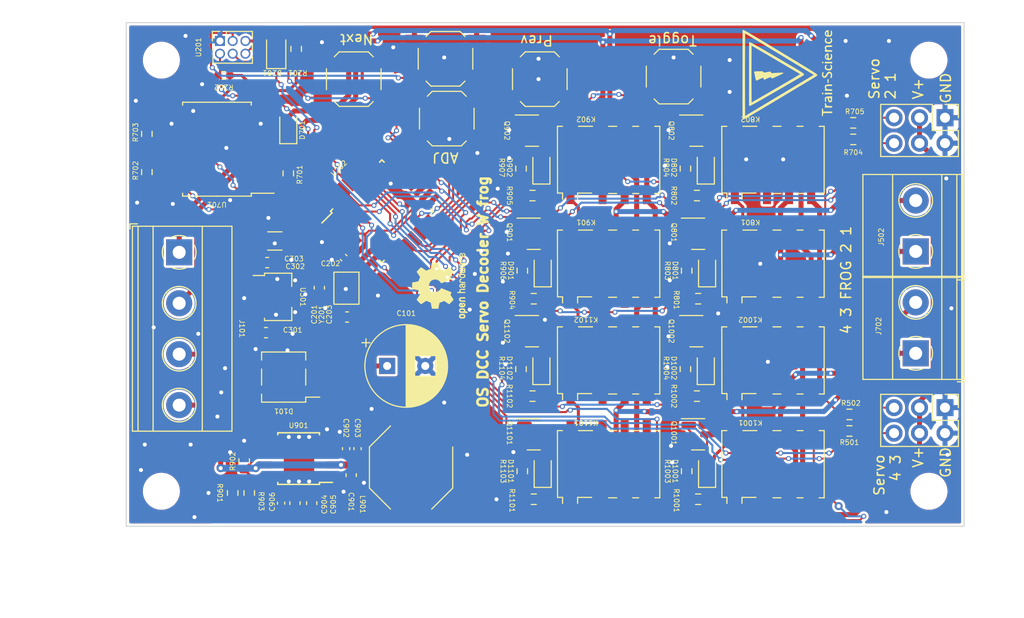
<source format=kicad_pcb>
(kicad_pcb (version 20240108) (generator "pcbnew") (generator_version "8.0")
  (layers (0 "F.Cu" signal) (31 "B.Cu" signal) (34 "B.Paste" user) (35 "F.Paste" user) (36 "B.SilkS" user "B.Silkscreen") (37 "F.SilkS" user "F.Silkscreen") (38 "B.Mask" user) (39 "F.Mask" user) (44 "Edge.Cuts" user))
  (net 0 "")
  (net 1 "VCC")
  (net 2 "GND")
  (net 3 "/atmega/X1")
  (net 4 "+5V")
  (net 5 "/atmega/X2")
  (net 6 "Net-(U901-BS)")
  (net 7 "Net-(U901-SW)")
  (net 8 "+5VA")
  (net 9 "Net-(J101-Pin_4)")
  (net 10 "Net-(J101-Pin_3)")
  (net 11 "/atmega/LED")
  (net 12 "Net-(D201-A)")
  (net 13 "Net-(D701-K)")
  (net 14 "/DCC_B")
  (net 15 "Net-(D801-A)")
  (net 16 "Net-(D802-A)")
  (net 17 "Net-(D901-A)")
  (net 18 "Net-(D902-A)")
  (net 19 "Net-(D1001-A)")
  (net 20 "Net-(D1002-A)")
  (net 21 "Net-(D1101-A)")
  (net 22 "Net-(D1102-A)")
  (net 23 "/DCC_A")
  (net 24 "/Servo1-2/Servo2")
  (net 25 "/Servo1-2/Servo1")
  (net 26 "/Servo1-2/Frog1")
  (net 27 "/Servo1-2/Frog2")
  (net 28 "/Servo3-4/Servo2")
  (net 29 "/Servo3-4/Servo1")
  (net 30 "/Servo3-4/Frog1")
  (net 31 "/Servo3-4/Frog2")
  (net 64 "Net-(Q801-G)")
  (net 65 "Net-(Q802-G)")
  (net 66 "Net-(Q901-G)")
  (net 67 "Net-(Q902-G)")
  (net 68 "Net-(Q1001-G)")
  (net 69 "Net-(Q1002-G)")
  (net 70 "Net-(Q1101-G)")
  (net 71 "Net-(Q1102-G)")
  (net 72 "/atmega/reset")
  (net 73 "Net-(U701-EN)")
  (net 74 "/DCC/DCC_TTL")
  (net 75 "/Servo1-2/Relay1")
  (net 76 "/Servo1-2/Relay2")
  (net 77 "Net-(U901-FB)")
  (net 78 "/Servo1-2/Relay3")
  (net 79 "/Servo1-2/Relay4")
  (net 80 "/Servo3-4/Relay3")
  (net 81 "/Servo3-4/Relay4")
  (net 82 "/Servo3-4/Relay1")
  (net 83 "/Servo3-4/Relay2")
  (net 84 "/atmega/MOSI")
  (net 85 "/atmega/MISO")
  (net 87 "/atmega/D8")
  (net 88 "/atmega/D9")
  (net 89 "/atmega/D10")
  (net 90 "/atmega/A6")
  (net 92 "/atmega/A7")
  (footprint "custom_kicad_lib_sk:R_0603_smalltext" (layer "F.Cu") (at 122.971001 123.500001 -90)
    (property "Reference" "R906")
    (property "Value" "10k")
  )
  (footprint "Capacitor_SMD:C_0603_1608Metric" (layer "F.Cu") (at 100.315 146.685 90)
    (property "Reference" "C904")
    (property "Value" "22uF")
  )
  (footprint "Capacitor_SMD:C_0402_1005Metric" (layer "F.Cu") (at 106.553 141.252 90)
    (property "Reference" "C903")
    (property "Value" "22nF")
  )
  (footprint "Capacitor_SMD:C_0603_1608Metric_Pad1.08x0.95mm_HandSolder" (layer "F.Cu") (at 97.4185 129.678)
    (property "Reference" "C301")
    (property "Value" "330nF")
  )
  (footprint "custom_kicad_lib_sk:R_0603_smalltext" (layer "F.Cu") (at 122.844 133.3185 -90)
    (property "Reference" "R1104")
    (property "Value" "10k")
  )
  (footprint "Capacitor_SMD:C_0603_1608Metric" (layer "F.Cu") (at 105.505305 128.120897)
    (property "Reference" "C203")
    (property "Value" "12pF")
  )
  (footprint "Diode_SMD:D_SOD-323" (layer "F.Cu") (at 141.259 113.247001 90)
    (property "Reference" "D802")
    (property "Value" "1N4148WS")
  )
  (footprint "Relay_SMD:Relay_DPDT_Omron_G6K-2F-Y" (layer "F.Cu") (at 147.955 132.461 90)
    (property "Reference" "K1002")
    (property "Value" "G6K-2F-Y-TR DC5")
  )
  (footprint "Relay_SMD:Relay_DPDT_Omron_G6K-2F-Y" (layer "F.Cu") (at 147.955 122.809 90)
    (property "Reference" "K801")
    (property "Value" "G6K-2F-Y-TR DC5")
  )
  (footprint "Capacitor_THT:CP_Radial_D8.0mm_P3.80mm" (layer "F.Cu") (at 109.5 133)
    (property "Reference" "C101")
    (property "Value" "100uF" (hide yes))
  )
  (footprint "Package_TO_SOT_SMD:SOT-23" (layer "F.Cu") (at 140.497 139.819001)
    (property "Reference" "Q1001")
    (property "Value" "AO3400A")
  )
  (footprint "Diode_SMD:D_SOD-323" (layer "F.Cu") (at 125.003 123.500001 90)
    (property "Reference" "D901")
    (property "Value" "1N4148WS")
  )
  (footprint "Connector_PinSocket_1.27mm:PinSocket_2x03_P1.27mm_Vertical" (layer "F.Cu") (at 92.837 100.584 90)
    (property "Reference" "U201")
    (property "Value" "HEADER_3x2")
  )
  (footprint "Capacitor_SMD:C_0603_1608Metric" (layer "F.Cu") (at 102.743305 125.199897 90)
    (property "Reference" "C201")
    (property "Value" "12pF")
  )
  (footprint "Package_TO_SOT_SMD:SOT-23" (layer "F.Cu") (at 123.9385 109.530001)
    (property "Reference" "Q902")
    (property "Value" "AO3400A")
  )
  (footprint "custom_kicad_lib_sk:default_switch" (layer "F.Cu") (at 106.172 104.394)
    (property "Reference" "SW101" (hide yes))
    (property "Value" "default_switch")
  )
  (footprint "Package_SO:TI_SO-PowerPAD-8" (layer "F.Cu") (at 100.6785 142.24 180)
    (property "Reference" "U901")
    (property "Value" "MT2499A")
  )
  (footprint "custom_kicad_lib_sk:R_0603_smalltext" (layer "F.Cu") (at 140.497 146.296001)
    (property "Reference" "R1001")
    (property "Value" "22R")
  )
  (footprint "Capacitor_SMD:C_0402_1005Metric" (layer "F.Cu") (at 105.41 141.252 90)
    (property "Reference" "C902")
    (property "Value" "100nF")
  )
  (footprint "MountingHole:MountingHole_3.2mm_M3" (layer "F.Cu") (at 163.5 145.5)
    (property "Reference" "REF**" (hide yes))
    (property "Value" "MountingHole_3.2mm_M3")
  )
  (footprint "custom_kicad_lib_sk:R_0603_smalltext" (layer "F.Cu") (at 140.37 116.007001)
    (property "Reference" "R802")
    (property "Value" "22R")
  )
  (footprint "Relay_SMD:Relay_DPDT_Omron_G6K-2F-Y" (layer "F.Cu") (at 147.955 142.811 90)
    (property "Reference" "K1001")
    (property "Value" "G6K-2F-Y-TR DC5")
  )
  (footprint "Package_TO_SOT_SMD:TO-269AA" (layer "F.Cu") (at 99.187 134.112 180)
    (property "Reference" "D101")
    (property "Value" "MB10S")
  )
  (footprint "Diode_SMD:D_SOD-323" (layer "F.Cu") (at 125.003 143.502 90)
    (property "Reference" "D1101")
    (property "Value" "1N4148WS")
  )
  (footprint "Capacitor_SMD:C_0402_1005Metric" (layer "F.Cu") (at 105.165894 122.193486 135)
    (property "Reference" "C202")
    (property "Value" "100nF")
  )
  (footprint "custom_kicad_lib_sk:R_0603_smalltext" (layer "F.Cu") (at 139.227001 113.316501 -90)
    (property "Reference" "R804")
    (property "Value" "10k")
  )
  (footprint "Resistor_SMD:R_0603_1608Metric_Pad0.98x0.95mm_HandSolder" (layer "F.Cu") (at 100.4355 101.3695 90)
    (property "Reference" "R201")
    (property "Value" "6k2")
  )
  (footprint "Capacitor_SMD:C_0603_1608Metric_Pad1.08x0.95mm_HandSolder" (layer "F.Cu") (at 97.5455 122.693)
    (property "Reference" "C302")
    (property "Value" "100nF")
  )
  (footprint "Package_TO_SOT_SMD:SOT-23" (layer "F.Cu") (at 140.3215 129.532001)
    (property "Reference" "Q1002")
    (property "Value" "AO3400A")
  )
  (footprint "custom_kicad_lib_sk:R_0603_smalltext" (layer "F.Cu") (at 122.971 143.502 -90)
    (property "Reference" "R1103")
    (property "Value" "10k")
  )
  (footprint "custom_kicad_lib_sk:R_0603_smalltext" (layer "F.Cu") (at 155.575 137.836)
    (property "Reference" "R502")
    (property "Value" "10k")
  )
  (footprint "Diode_SMD:D_SOD-323" (layer "F.Cu") (at 141.386 143.502001 90)
    (property "Reference" "D1001")
    (property "Value" "1N4148WS")
  )
  (footprint "Package_TO_SOT_SMD:SOT-23" (layer "F.Cu") (at 124.114 139.819)
    (property "Reference" "Q1101")
    (property "Value" "AO3400A")
  )
  (footprint "LED_SMD:LED_0805_2012Metric_Pad1.15x1.40mm_HandSolder" (layer "F.Cu") (at 98.4445 101.48 90)
    (property "Reference" "D201")
    (property "Value" "LED")
  )
  (footprint "custom_kicad_lib_sk:default_switch" (layer "F.Cu") (at 138.049 104.14)
    (property "Reference" "SW105" (hide yes))
    (property "Value" "default_switch")
  )
  (footprint "Diode_SMD:D_SOD-323" (layer "F.Cu") (at 99.648 109.22 90)
    (property "Reference" "D701")
    (property "Value" "1N4148WS")
  )
  (footprint "Package_QFP:TQFP-32_7x7mm_P0.8mm" (layer "F.Cu") (at 108.975305 117.569897 45)
    (property "Reference" "U202")
    (property "Value" "ATmega328-A")
  )
  (footprint "Package_TO_SOT_SMD:SOT-23" (layer "F.Cu") (at 140.3215 109.530001)
    (property "Reference" "Q802")
    (property "Value" "AO3400A")
  )
  (footprint "custom_kicad_lib_sk:R_0603_smalltext" (layer "F.Cu") (at 124.114 146.296)
    (property "Reference" "R1101")
    (property "Value" "22R")
  )
  (footprint "Package_TO_SOT_SMD:SOT-89-3" (layer "F.Cu") (at 98.6365 126.111)
    (property "Reference" "U301")
    (property "Value" "L78L05_SOT89")
  )
  (footprint "TerminalBlock_Phoenix:TerminalBlock_Phoenix_MKDS-1,5-2-5.08_1x02_P5.08mm_Horizontal" (layer "F.Cu") (at 162.179 131.74 90)
    (property "Reference" "J702")
    (property "Value" "Frogs")
  )
  (footprint "custom_kicad_lib_sk:default_switch" (layer "F.Cu") (at 124.714 104.394)
    (property "Reference" "SW104" (hide yes))
    (property "Value" "default_switch")
  )
  (footprint "Package_SO:SOP-8_6.62x9.15mm_P2.54mm" (layer "F.Cu") (at 92.536 111.379 180)
    (property "Reference" "U701")
    (property "Value" "6N137")
  )
  (footprint "custom_kicad_lib_sk:R_0603_smalltext" (layer "F.Cu") (at 124.114 126.294001)
    (property "Reference" "R904")
    (property "Value" "22R")
  )
  (footprint "Relay_SMD:Relay_DPDT_Omron_G6K-2F-Y" (layer "F.Cu") (at 147.955 112.459 90)
    (property "Reference" "K802")
    (property "Value" "G6K-2F-Y-TR DC5")
  )
  (footprint "custom_kicad_lib_sk:default_switch" (layer "F.Cu") (at 115.316 102.362)
    (property "Reference" "SW102" (hide yes))
    (property "Value" "default_switch")
  )
  (footprint "Capacitor_SMD:C_0603_1608Metric" (layer "F.Cu") (at 105.918 143.891 -90)
    (property "Reference" "C901")
    (property "Value" "22uF")
  )
  (footprint "TerminalBlock_Phoenix:TerminalBlock_Phoenix_MKDS-1,5-4-5.08_1x04_P5.08mm_Horizontal" (layer "F.Cu") (at 88.773 121.666 -90)
    (property "Reference" "J101")
    (property "Value" "Screw_Terminal_01x04")
  )
  (footprint "custom_kicad_lib_sk:R_0603_smalltext" (layer "F.Cu") (at 139.354001 123.500001 -90)
    (property "Reference" "R803")
    (property "Value" "10k")
  )
  (footprint "Relay_SMD:Relay_DPDT_Omron_G6K-2F-Y" (layer "F.Cu") (at 131.572 132.461 90)
    (property "Reference" "K1102")
    (property "Value" "G6K-2F-Y-TR DC5")
  )
  (footprint "Connector_PinHeader_2.54mm:PinHeader_2x03_P2.54mm_Vertical" (layer "F.Cu") (at 165.1 108.24 -90)
    (property "Reference" "J701" (hide yes))
    (property "Value" "Servo")
  )
  (footprint "Symbol:OSHW-Logo2_7.3x6mm_SilkScreen" (layer "F.Cu") (at 114.75 125 90)
    (property "Reference" "REF**" (hide yes))
    (property "Value" "OSHW-Logo2_7.3x6mm_SilkScreen" (hide yes))
  )
  (footprint "MountingHole:MountingHole_3.2mm_M3" (layer "F.Cu") (at 87 145.5 180)
    (property "Reference" "REF**" (hide yes))
    (property "Value" "MountingHole_3.2mm_M3")
  )
  (footprint "custom_kicad_lib_sk:R_0603_smalltext" (layer "F.Cu") (at 155.956 110.404)
    (property "Reference" "R704")
    (property "Value" "10k")
  )
  (footprint "custom_kicad_lib_sk:crystal_arduino" (layer "F.Cu") (at 105.664305 125.292897 -90)
    (property "Reference" "Y201")
    (property "Value" "Crystal_GND2")
  )
  (footprint "Inductor_SMD:L_Bourns-SRU8028_8.0x8.0mm" (layer "F.Cu") (at 111.887 143.129 -90)
    (property "Reference" "L901")
    (property "Value" "L")
  )
  (footprint "custom_kicad_lib_sk:R_0603_smalltext" (layer "F.Cu") (at 99.648 113.792 90)
    (property "Reference" "R701")
    (property "Value" "1k5")
  )
  (footprint "Diode_SMD:D_SOD-323" (layer "F.Cu") (at 124.876 133.249 90)
    (property "Reference" "D1102")
    (property "Value" "1N4148WS")
  )
  (footprint "custom_kicad_lib_sk:R_0603_smalltext" (layer "F.Cu") (at 140.37 136.009001)
    (property "Reference" "R1002")
    (property "Value" "22R")
  )
  (footprint "TerminalBlock_Phoenix:TerminalBlock_Phoenix_MKDS-1,5-2-5.08_1x02_P5.08mm_Horizontal" (layer "F.Cu") (at 162.179 121.58 90)
    (property "Reference" "J502")
    (property "Value" "Frogs")
  )
  (footprint "custom_kicad_lib_sk:R_0603_smalltext" (layer "F.Cu") (at 155.575 139.487)
    (property "Reference" "R501")
    (property "Value" "10k")
  )
  (footprint "custom_kicad_lib_sk:R_0603_smalltext" (layer "F.Cu") (at 140.497 126.294001)
    (property "Reference" "R801")
    (property "Value" "22R")
  )
  (footprint "custom_kicad_lib_sk:R_0603_smalltext" (layer "F.Cu") (at 139.227001 133.318501 -90)
    (property "Reference" "R1004")
    (property "Value" "10k")
  )
  (footprint "Resistor_SMD:R_0603_1608Metric" (layer "F.Cu") (at 95.758 145.669 -90)
    (property "Reference" "R903")
    (property "Value" "150k")
  )
  (footprint "Diode_SMD:D_SOD-323" (layer "F.Cu") (at 141.386 123.500001 90)
    (property "Reference" "D801")
    (property "Value" "1N4148WS")
  )
  (footprint "MountingHole:MountingHole_3.2mm_M3" (layer "F.Cu") (at 163.5 102.5)
    (property "Reference" "REF**" (hide yes))
    (property "Value" "MountingHole_3.2mm_M3")
  )
  (footprint "Relay_SMD:Relay_DPDT_Omron_G6K-2F-Y" (layer "F.Cu") (at 131.572 112.459 90)
    (property "Reference" "K902")
    (property "Value" "G6K-2F-Y-TR DC5")
  )
  (footprint "MountingHole:MountingHole_3.2mm_M3" (layer "F.Cu") (at 87 102.5 180)
    (property "Reference" "REF**" (hide yes))
    (property "Value" "MountingHole_3.2mm_M3")
  )
  (footprint "Capacitor_SMD:C_0402_1005Metric" (layer "F.Cu") (at 98.933 146.683 90)
    (property "Reference" "C906")
    (property "Value" "100nF")
  )
  (footprint "Connector_PinHeader_2.54mm:PinHeader_2x03_P2.54mm_Vertical" (layer "F.Cu") (at 165.1 137.16 -90)
    (property "Reference" "J501" (hide yes))
    (property "Value" "Servo")
  )
  (footprint "custom_kicad_lib_sk:R_0603_smalltext" (layer "F.Cu") (at 155.956 108.753)
    (property "Reference" "R705")
    (property "Value" "10k")
  )
  (footprint "custom_kicad_lib_sk:R_0603_smalltext" (layer "F.Cu") (at 85.551 113.665 90)
    (property "Reference" "R702")
    (property "Value" "10k")
  )
  (footprint "custom_kicad_lib_sk:R_0603_smalltext" (layer "F.Cu") (at 122.844001 113.316501 -90)
    (property "Reference" "R907")
    (property "Value" "10k")
  )
  (footprint "Package_TO_SOT_SMD:SOT-23" (layer "F.Cu") (at 124.114 119.817001)
    (property "Reference" "Q901")
    (property "Value" "AO3400A")
  )
  (footprint "custom_kicad_lib_sk:R_0603_smalltext" (layer "F.Cu") (at 123.987 136.009)
    (property "Reference" "R1102")
    (property "Value" "22R")
  )
  (footprint "Resistor_SMD:R_0603_1608Metric" (layer "F.Cu") (at 95.25 142.494 90)
    (property "Reference" "R902")
    (property "Value" "20k")
  )
  (footprint "Package_TO_SOT_SMD:SOT-23" (layer "F.Cu") (at 123.9385 129.532)
    (property "Reference" "Q1102")
    (property "Value" "AO3400A" (hide yes))
  )
  (footprint "Resistor_SMD:R_0402_1005Metric_Pad0.72x0.64mm_HandSolder" (layer "F.Cu") (at 93.223 104.023 180)
    (property "Reference" "R202")
    (property "Value" "10k")
  )
  (footprint "custom_kicad_lib_sk:Train-Science logo small" (layer "F.Cu") (at 149.479 103.886 90)
    (property "Reference" "G***" (hide yes))
    (property "Value" "LOGO" (hide yes))
  )
  (footprint "Relay_SMD:Relay_DPDT_Omron_G6K-2F-Y" (layer "F.Cu") (at 131.572 142.811 90)
    (property "Reference" "K1101")
    (property "Value" "G6K-2F-Y-TR DC5")
  )
  (footprint "Relay_SMD:Relay_DPDT_Omron_G6K-2F-Y" (layer "F.Cu") (at 131.572 122.809 90)
    (property "Reference" "K901")
    (property "Value" "G6K-2F-Y-TR DC5")
  )
  (footprint "Capacitor_SMD:C_0603_1608Metric" (layer "F.Cu") (at 101.981 146.685 90)
    (property "Reference" "C905")
    (property "Value" "22uF")
  )
  (footprint "Package_TO_SOT_SMD:SOT-23" (layer "F.Cu") (at 140.497 119.817001)
    (property "Reference" "Q801")
    (property "Value" "AO3400A")
  )
  (footprint "custom_kicad_lib_sk:R_0603_smalltext" (layer "F.Cu") (at 123.987 116.007001)
    (property "Reference" "R905")
    (property "Value" "22R")
  )
  (footprint "custom_kicad_lib_sk:default_switch" (layer "F.Cu") (at 115.443 108.331 180)
    (property "Reference" "SW103" (hide yes))
    (property "Value" "default_switch")
  )
  (footprint "custom_kicad_lib_sk:R_0603_smalltext" (layer "F.Cu") (at 85.551 109.855 90)
    (property "Reference" "R703")
    (property "Value" "10k")
  )
  (footprint "Diode_SMD:D_SOD-323" (layer "F.Cu") (at 124.876 113.247001 90)
    (property "Reference" "D902")
    (property "Value" "1N4148WS")
  )
  (footprint "custom_kicad_lib_sk:R_0603_smalltext" (layer "F.Cu") (at 139.354001 143.502001 -90)
    (property "Reference" "R1003")
    (property "Value" "10k")
  )
  (footprint "Diode_SMD:D_SOD-323" (layer "F.Cu") (at 141.259 133.249001 90)
    (property "Reference" "D1002")
    (property "Value" "1N4148WS")
  )
  (footprint "Resistor_SMD:R_0603_1608Metric" (layer "F.Cu") (at 94.107 145.669 90)
    (property "Reference" "R901")
    (property "Value" "220k")
  )
  (footprint "Capacitor_SMD:C_1206_3216Metric_Pad1.33x1.80mm_HandSolder" (layer "F.Cu") (at 98.3075 120.534)
    (property "Reference" "C303")
    (property "Value" "100uF")
  )
  (gr_rect (start 83.5 98.75) (end 167 149) (stroke (width 0.1)) (fill none) (layer "Edge.Cuts"))
  (gr_text "Next\n" (at 108.204 99.822 180) (layer "F.SilkS") (effects (font (size 1 1)) (justify left bottom)))
  (gr_text "Toggle\n" (at 140.462 99.949 180) (layer "F.SilkS") (effects (font (size 1 1)) (justify left bottom)))
  (gr_text "4 3 FROG 2 1" (at 155.829 129.921 90) (layer "F.SilkS") (effects (font (size 1 1)) (justify left bottom)))
  (gr_text "GND\n" (at 165.75 144.25 90) (layer "F.SilkS") (effects (font (size 1 1)) (justify left bottom)))
  (gr_text "V+" (at 163 106.5 90) (layer "F.SilkS") (effects (font (size 1 1)) (justify left bottom)))
  (gr_text "OS DCC Servo Decoder W frog" (at 119.634 137.287 90) (layer "F.SilkS") (effects (font (size 1 1) (thickness 0.25) (bold yes)) (justify left bottom)))
  (gr_text "ADJ\n" (at 116.713 111.633 180) (layer "F.SilkS") (effects (font (size 1 1)) (justify left bottom)))
  (gr_text "Prev" (at 126.111 99.949 180) (layer "F.SilkS") (effects (font (size 1 1)) (justify left bottom)))
  (gr_text "Servo\n2 1" (at 160.25 106.5 90) (layer "F.SilkS") (effects (font (size 1 1)) (justify left bottom)))
  (gr_text "V+" (at 163 143.25 90) (layer "F.SilkS") (effects (font (size 1 1)) (justify left bottom)))
  (gr_text "GND\n" (at 165.765 106.91 90) (layer "F.SilkS") (effects (font (size 1 1)) (justify left bottom)))
  (gr_text "Servo\n4 3" (at 160.75 141.75 90) (layer "F.SilkS") (effects (font (size 1 1)) (justify right bottom)))
  (segment (start 96.6865 127.611) (end 96.6865 129.5475) (width 0.5) (layer "F.Cu") (net 1))
  (segment (start 105.677 142.875) (end 105.918 143.116) (width 0.7) (layer "F.Cu") (net 1))
  (segment (start 103.4585 142.875) (end 104.902 142.875) (width 0.7) (layer "F.Cu") (net 1))
  (segment (start 104.902 142.875) (end 105.677 142.875) (width 0.7) (layer "F.Cu") (net 1))
  (segment (start 92.90705 143.19905) (end 92.90705 140.470909) (width 0.5) (layer "F.Cu") (net 1))
  (segment (start 109.5 133) (end 104.644 133) (width 0.5) (layer "F.Cu") (net 1))
  (segment (start 97.995959 135.382) (end 98.5 135.382) (width 0.5) (layer "F.Cu") (net 1))
  (segment (start 92.90705 140.470909) (end 97.995959 135.382) (width 0.5) (layer "F.Cu") (net 1))
  (segment (start 104.644 133) (end 102.262 135.382) (width 0.5) (layer "F.Cu") (net 1))
  (segment (start 98.5 135.382) (end 102.262 135.382) (width 0.5) (layer "F.Cu") (net 1))
  (segment (start 96.7186 142.875) (end 97.8985 142.875) (width 0.7) (layer "F.Cu") (net 1))
  (segment (start 96.556 129.678) (end 97.995959 131.117959) (width 0.5) (layer "F.Cu") (net 1))
  (segment (start 98.377959 135.382) (end 97.995959 135) (width 0.5) (layer "F.Cu") (net 1))
  (segment (start 97.995959 135) (end 97.995959 135.382) (width 0.5) (layer "F.Cu") (net 1))
  (segment (start 96.6865 129.5475) (end 96.556 129.678) (width 0.5) (layer "F.Cu") (net 1))
  (segment (start 98.5 135.382) (end 98.377959 135.382) (width 0.5) (layer "F.Cu") (net 1))
  (segment (start 96.39455 143.19905) (end 96.7186 142.875) (width 0.7) (layer "F.Cu") (net 1))
  (segment (start 97.995959 131.117959) (end 97.995959 135) (width 0.5) (layer "F.Cu") (net 1))
  (via (at 92.90705 143.19905) (size 0.8) (drill 0.4) (layers "F.Cu" "B.Cu") (net 1))
  (via (at 104.902 142.875) (size 0.8) (drill 0.4) (layers "F.Cu" "B.Cu") (net 1))
  (via (at 96.39455 143.19905) (size 0.8) (drill 0.4) (layers "F.Cu" "B.Cu") (net 1))
  (segment (start 96.7186 142.875) (end 96.39455 143.19905) (width 0.7) (layer "B.Cu") (net 1))
  (segment (start 96.39455 143.19905) (end 92.90705 143.19905) (width 0.7) (layer "B.Cu") (net 1))
  (segment (start 104.902 142.875) (end 96.7186 142.875) (width 0.7) (layer "B.Cu") (net 1))
  (segment (start 92.837 143.129) (end 92.90705 143.19905) (width 0.7) (layer "B.Cu") (net 1))
  (segment (start 99.695 145.351) (end 99.695 144.526) (width 1) (layer "F.Cu") (net 2))
  (segment (start 100.711 144.526) (end 100.711 145.514) (width 1) (layer "F.Cu") (net 2))
  (segment (start 93.917 141.669) (end 93.853 141.605) (width 0.7) (layer "F.Cu") (net 2))
  (segment (start 105.931 144.653) (end 105.918 144.666) (width 0.7) (layer "F.Cu") (net 2))
  (segment (start 123.1765 140.769) (end 122.91 140.769) (width 0.2) (layer "F.Cu") (net 2))
  (segment (start 95.25 141.669) (end 93.917 141.669) (width 0.7) (layer "F.Cu") (net 2))
  (segment (start 100.711 145.514) (end 100.315 145.91) (width 1) (layer "F.Cu") (net 2))
  (segment (start 105.378305 125.458897) (end 104.494305 126.342897) (width 0.25) (layer "F.Cu") (net 2))
  (segment (start 104.730305 128.120897) (end 104.730305 126.578897) (width 0.25) (layer "F.Cu") (net 2))
  (segment (start 101.727 140.081) (end 101.727 144.526) (width 1) (layer "F.Cu") (net 2))
  (segment (start 105.256813 121.854075) (end 106.252944 120.857944) (width 0.2) (layer "F.Cu") (net 2))
  (segment (start 102.743305 125.974897) (end 104.126305 125.974897) (width 0.25) (layer "F.Cu") (net 2))
  (segment (start 101.727 144.526) (end 101.727 145.656) (width 1) (layer "F.Cu") (net 2))
  (segment (start 104.394 120.454146) (end 105.121573 119.726573) (width 0.2) (layer "F.Cu") (net 2))
  (segment (start 106.394305 124.442897) (end 105.510305 125.326897) (width 0.25) (layer "F.Cu") (net 2))
  (segment (start 104.394 121.421592) (end 104.394 120.454146) (width 0.2) (layer "F.Cu") (net 2))
  (segment (start 105.510305 125.326897) (end 105.378305 125.326897) (width 0.25) (layer "F.Cu") (net 2))
  (segment (start 98.933 146.113) (end 99.695 145.351) (width 1) (layer "F.Cu") (net 2))
  (segment (start 104.826483 121.854075) (end 104.394 121.421592) (width 0.2) (layer "F.Cu") (net 2))
  (segment (start 106.394305 124.142897) (end 106.394305 124.442897) (width 0.25) (layer "F.Cu") (net 2))
  (segment (start 111.044516 114.935) (end 109.982 114.935) (width 0.2) (layer "F.Cu") (net 2))
  (segment (start 101.092 146.113) (end 98.933 146.113) (width 1) (layer "F.Cu") (net 2))
  (segment (start 105.378305 125.326897) (end 105.378305 125.458897) (width 0.25) (layer "F.Cu") (net 2))
  (segment (start 104.471 146.113) (end 101.092 146.113) (width 0.7) (layer "F.Cu") (net 2))
  (segment (start 101.778 146.113) (end 101.092 146.113) (width 1) (layer "F.Cu") (net 2))
  (segment (start 122.082 141.7005) (end 122.971 142.5895) (width 0.2) (layer "F.Cu") (net 2))
  (segment (start 100.711 144.526) (end 100.711 140.081) (width 1) (layer "F.Cu") (net 2))
  (segment (start 104.826483 121.854075) (end 105.256813 121.854075) (width 0.2) (layer "F.Cu") (net 2))
  (segment (start 103.4585 140.335) (end 101.981 140.335) (width 1) (layer "F.Cu") (net 2))
  (segment (start 95.225 140.487) (end 95.225 141.669) (width 1) (layer "F.Cu") (net 2))
  (segment (start 101.981 140.335) (end 101.727 140.081) (width 1) (layer "F.Cu") (net 2))
  (segment (start 104.730305 126.578897) (end 104.494305 126.342897) (width 0.25) (layer "F.Cu") (net 2))
  (segment (start 122.082 141.597) (end 122.082 141.7005) (width 0.2) (layer "F.Cu") (net 2))
  (segment (start 95.25 140.462) (end 95.225 140.487) (width 1) (layer "F.Cu") (net 2))
  (segment (start 109.982 114.935) (end 109.855 114.808) (width 0.2) (layer "F.Cu") (net 2))
  (segment (start 122.91 140.769) (end 122.082 141.597) (width 0.2) (layer "F.Cu") (net 2))
  (segment (start 111.697666 114.28185) (end 111.044516 114.935) (width 0.2) (layer "F.Cu") (net 2))
  (segment (start 107.188 144.653) (end 105.931 144.653) (width 0.7) (layer "F.Cu") (net 2))
  (segment (start 105.918 144.666) (end 104.471 146.113) (width 0.7) (layer "F.Cu") (net 2))
  (segment (start 101.981 145.91) (end 101.778 146.113) (width 1) (layer "F.Cu") (net 2))
  (segment (start 101.727 145.656) (end 101.981 145.91) (width 1) (layer "F.Cu") (net 2))
  (segment (start 99.695 140.081) (end 99.695 144.526) (width 1) (layer "F.Cu") (net 2))
  (segment (start 104.126305 125.974897) (end 104.494305 126.342897) (width 0.25) (layer "F.Cu") (net 2))
  (via (at 93.853 116.459) (size 0.8) (drill 0.4) (layers "F.Cu" "B.Cu") (net 2))
  (via (at 91.694 145.669) (size 0.8) (drill 0.4) (layers "F.Cu" "B.Cu") (net 2))
  (via (at 155.194 100.584) (size 0.8) (drill 0.4) (layers "F.Cu" "B.Cu") (net 2))
  (via (at 90.17 107.569) (size 0.8) (drill 0.4) (layers "F.Cu" "B.Cu") (net 2))
  (via (at 159.512 100.584) (size 0.8) (drill 0.4) (layers "F.Cu" "B.Cu") (net 2))
  (via (at 165.227 114.3) (size 0.8) (drill 0.4) (layers "F.Cu" "B.Cu") (net 2))
  (via (at 88.138 116.84) (size 0.8) (drill 0.4) (layers "F.Cu" "B.Cu") (net 2))
  (via (at 137.414 133.096) (size 0.8) (drill 0.4) (layers "F.Cu" "B.Cu") (net 2))
  (via (at 143.637 105.664) (size 0.8) (drill 0.4) (layers "F.Cu" "B.Cu") (net 2))
  (via (at 95.25 126.238) (size 0.8) (drill 0.4) (layers "F.Cu" "B.Cu") (net 2))
  (via (at 101.727 144.526) (size 0.8) (drill 0.4) (layers "F.Cu" "B.Cu") (net 2))
  (via (at 115.189 102.235) (size 0.8) (drill 0.4) (layers "F.Cu" "B.Cu") (net 2))
  (via (at 142.494 127.762) (size 0.8) (drill 0.4) (layers "F.Cu" "B.Cu") (net 2))
  (via (at 101.727 140.081) (size 0.8) (drill 0.4) (layers "F.Cu" "B.Cu") (net 2))
  (via (at 122.082 141.597) (size 0.8) (drill 0.4) (layers "F.Cu" "B.Cu") (net 2))
  (via (at 104.775 139.573) (size 0.8) (drill 0.4) (layers "F.Cu" "B.Cu") (net 2))
  (via (at 97.663 118.237) (size 0.8) (drill 0.4) (layers "F.Cu" "B.Cu") (net 2))
  (via (at 98.298 120.777) (size 0.8) (drill 0.4) (layers "F.Cu" "B.Cu") (net 2))
  (via (at 110.109 101.219) (size 0.8) (drill 0.4) (layers "F.Cu" "B.Cu") (net 2))
  (via (at 148.971 112.395) (size 0.8) (drill 0.4) (layers "F.Cu" "B.Cu") (net 2))
  (via (at 165.735 127.254) (size 0.8) (drill 0.4) (layers "F.Cu" "B.Cu") (net 2))
  (via (at 118.872 121.539) (size 0.8) (drill 0.4) (layers "F.Cu" "B.Cu") (net 2))
  (via (at 103.505 139.319) (size 0.8) (drill 0.4) (layers "F.Cu" "B.Cu") (net 2))
  (via (at 108.585 125.984) (size 0.8) (drill 0.4) (layers "F.Cu" "B.Cu") (net 2))
  (via (at 93.345 133.223) (size 0.8) (drill 0.4) (layers "F.Cu" "B.Cu") (net 2))
  (via (at 124.587 104.394) (size 0.8) (drill 0.4) (layers "F.Cu" "B.Cu") (net 2))
  (via (at 93.853 141.605) (size 0.8) (drill 0.4) (layers "F.Cu" "B.Cu") (net 2))
  (via (at 121.031 124.587) (size 0.8) (drill 0.4) (layers "F.Cu" "B.Cu") (net 2))
  (via (at 89.916 140.843) (size 0.8) (drill 0.4) (layers "F.Cu" "B.Cu") (net 2))
  (via (at 95.25 140.462) (size 0.8) (drill 0.4) (layers "F.Cu" "B.Cu") (net 2))
  (via (at 105.378305 125.326897) (size 0.8) (drill 0.4) (layers "F.Cu" "B.Cu") (net 2))
  (via (at 105.156 145.542) (size 0.8) (drill 0.4) (layers "F.Cu" "B.Cu") (net 2))
  (via (at 137.668 124.46) (size 0.8) (drill 0.4) (layers "F.Cu" "B.Cu") (net 2))
  (via (at 91.059 104.902) (size 0.8) (drill 0.4) (layers "F.Cu" "B.Cu") (net 2))
  (via (at 125.222 128.397) (size 0.8) (drill 0.4) (layers "F.Cu" "B.Cu") (net 2))
  (via (at 124.587 102.362) (size 0.8) (drill 0.4) (layers "F.Cu" "B.Cu") (net 2))
  (via (at 99.568 131.445) (size 0.8) (drill 0.4) (layers "F.Cu" "B.Cu") (net 2))
  (via (at 98.425 127.889) (size 0.8) (drill 0.4) (layers "F.Cu" "B.Cu") (net 2))
  (via (at 121.412 119.634) (size 0.8) (drill 0.4) (layers "F.Cu" "B.Cu") (net 2))
  (via (at 90.678 129.794) (size 0.8) (drill 0.4) (layers "F.Cu" "B.Cu") (net 2))
  (via (at 115.697 110.363) (size 0.8) (drill 0.4) (layers "F.Cu" "B.Cu") (net 2))
  (via (at 102.997 120.65) (size 0.8) (drill 0.4) (layers "F.Cu" "B.Cu") (net 2))
  (via (at 98.552 124.333) (size 0.8) (drill 0.4) (layers "F.Cu" "B.Cu") (net 2))
  (via (at 121.666 112.268) (size 0.8) (drill 0.4) (layers "F.Cu" "B.Cu") (net 2))
  (via (at 118.237 123.825) (size 0.8) (drill 0.4) (layers "F.Cu" "B.Cu") (net 2))
  (via (at 109.855 114.808) (size 0.8) (drill 0.4) (layers "F.Cu" "B.Cu") (net 2))
  (via (at 120.523 115.316) (size 0.8) (drill 0.4) (layers "F.Cu" "B.Cu") (net 2))
  (via (at 143.637 102.489) (size 0.8) (drill 0.4) (layers "F.Cu" "B.Cu") (net 2))
  (via (at 92.583 138.049) (size 0.8) (drill 0.4) (layers "F.Cu" "B.Cu") (net 2))
  (via (at 120.396 146.304) (size 0.8) (drill 0.4) (layers "F.Cu" "B.Cu") (net 2))
  (via (at 86.233 129.159) (size 0.8) (drill 0.4) (layers "F.Cu" "B.Cu") (net 2))
  (via (at 107.188 144.653) (size 0.8) (drill 0.4) (layers "F.Cu" "B.Cu") (net 2))
  (via (at 107.95 137.287) (size 0.8) (drill 0.4) (layers "F.Cu" "B.Cu") (net 2))
  (via (at 99.949 122.428) (size 0.8) (drill 0.4) (layers "F.Cu" "B.Cu") (net 2))
  (via (at 100.33 124.46) (size 0.8) (drill 0.4) (layers "F.Cu" "B.Cu") (net 2))
  (via (at 121.031 130.683) (size 0.8) (drill 0.4) (layers "F.Cu" "B.Cu") (net 2))
  (via (at 96.393 131.318) (size 0.8) (drill 0.4) (layers "F.Cu" "B.Cu") (net 2))
  (via (at 137.541 130.048) (size 0.8) (drill 0.4) (layers "F.Cu" "B.Cu") (net 2))
  (via (at 137.795 140.97) (size 0.8) (drill 0.4) (layers "F.Cu" "B.Cu") (net 2))
  (via (at 121.285 132.842) (size 0.8) (drill 0.4) (layers "F.Cu" "B.Cu") (net 2))
  (via (at 146.685 122.809) (size 0.8) (drill 0.4) (layers "F.Cu" "B.Cu") (net 2))
  (via (at 138.049 102.235) (size 0.8) (drill 0.4) (layers "F.Cu" "B.Cu") (net 2))
  (via (at 92.964 135.636) (size 0.8) (drill 0.4) (layers "F.Cu" "B.Cu") (net 2))
  (via (at 115.189 136.652) (size 0.8) (drill 0.4) (layers "F.Cu" "B.Cu") (net 2))
  (via (at 137.668 120.777) (size 0.8) (drill 0.4) (layers "F.Cu" "B.Cu") (net 2))
  (via (at 137.922 142.621) (size 0.8) (drill 0.4) (layers "F.Cu" "B.Cu") (net 2))
  (via (at 137.541 109.474) (size 0.8) (drill 0.4) (layers "F.Cu" "B.Cu") (net 2))
  (via (at 99.695 144.526) (size 0.8) (drill 0.4) (layers "F.Cu" "B.Cu") (net 2))
  (via (at 88.011 108.839) (size 0.8) (drill 0.4) (layers "F.Cu" "B.Cu") (net 2))
  (via (at 84.455 106.553) (size 0.8) (drill 0.4) (layers "F.Cu" "B.Cu") (net 2))
  (via (at 99.695 140.081) (size 0.8) (drill 0.4) (layers "F.Cu" "B.Cu") (net 2))
  (via (at 100.076 129.794) (size 0.8) (drill 0.4) (layers "F.Cu" "B.Cu") (net 2))
  (via (at 117.475 141.859) (size 0.8) (drill 0.4) (layers "F.Cu" "B.Cu") (net 2))
  (via (at 90.297 148.082) (size 0.8) (drill 0.4) (layers "F.Cu" "B.Cu") (net 2))
  (via (at 165.354 141.859) (size 0.8) (drill 0.4) (layers "F.Cu" "B.Cu") (net 2))
  (via (at 137.16 113.03) (size 0.8) (drill 0.4) (layers "F.Cu" "B.Cu") (net 2))
  (via (at 118.491 111.76) (size 0.8) (drill 0.4) (layers "F.Cu" "B.Cu") (net 2))
  (via (at 100.711 140.081) (size 0.8) (drill 0.4) (layers "F.Cu" "B.Cu") (net 2))
  (via (at 93.472 111.252) (size 0.8) (drill 0.4) (layers "F.Cu" "B.Cu") (net 2))
  (via (at 103.981305 122.405897) (size 0.8) (drill 0.4) (layers "F.Cu" "B.Cu") (net 2))
  (via (at 159.258 147.574) (size 0.8) (drill 0.4) (layers "F.Cu" "B.Cu") (net 2))
  (via (at 84.963 143.383) (size 0.8) (drill 0.4) (layers "F.Cu" "B.Cu") (net 2))
  (via (at 145.288 112.395) (size 0.8) (drill 0.4) (layers "F.Cu" "B.Cu") (net 2))
  (via (at 121.666 109.474) (size 0.8) (drill 0.4) (layers "F.Cu" "B.Cu") (net 2))
  (via (at 100.33 127.635) (size 0.8) (drill 0.4) (layers "F.Cu" "B.Cu") (net 2))
  (via (at 100.711 144.526) (size 0.8) (drill 0.4) (layers "F.Cu" "B.Cu") (net 2))
  (via (at 117.729 127.381) (size 0.8) (drill 0.4) (layers "F.Cu" "B.Cu") (net 2))
  (via (at 155.321 106.045) (size 0.8) (drill 0.4) (layers "F.Cu" "B.Cu") (net 2))
  (via (at 121.539 121.793) (size 0.8) (drill 0.4) (layers "F.Cu" "B.Cu") (net 2))
  (via (at 89.408 100.076) (size 0.8) (drill 0.4) (layers "F.Cu" "B.Cu") (net 2))
  (via (at 147.447 132.588) (size 0.8) (drill 0.4) (layers "F.Cu" "B.Cu") (net 2))
  (via (at 96.901 108.839) (size 0.8) (drill 0.4) (layers "F.Cu" "B.Cu") (net 2))
  (via (at 85.344 140.843) (size 0.8) (drill 0.4) (layers "F.Cu" "B.Cu") (net 2))
  (via (at 103.346305 127.231897) (size 0.8) (drill 0.4) (layers "F.Cu" "B.Cu") (net 2))
  (via (at 102.997 100.711) (size 0.8) (drill 0.4) (layers "F.Cu" "B.Cu") (net 2))
  (via (at 101.346 125.857) (size 0.8) (drill 0.4) (layers "F.Cu" "B.Cu") (net 2))
  (via (at 84.582 116.713) (size 0.8) (drill 0.4) (layers "F.Cu" "B.Cu") (net 2))
  (segment (start 107.384315 121.989314) (end 106.669335 122.704294) (width 0.25) (layer "F.Cu") (net 3))
  (segment (start 106.669335 122.704294) (end 106.189508 122.704294) (width 0.25) (layer "F.Cu") (net 3))
  (segment (start 104.750905 124.142897) (end 104.494305 124.142897) (width 0.25) (layer "F.Cu") (net 3))
  (segment (start 102.743305 124.424897) (end 104.212305 124.424897) (width 0.25) (layer "F.Cu") (net 3))
  (segment (start 106.189508 122.704294) (end 104.750905 124.142897) (width 0.25) (layer "F.Cu") (net 3))
  (segment (start 104.212305 124.424897) (end 104.494305 124.142897) (width 0.25) (layer "F.Cu") (net 3))
  (segment (start 97.582 119.334) (end 96.745 120.171) (width 0.2) (layer "F.Cu") (net 4))
  (segment (start 107.442 119.761) (end 107.313084 119.889916) (width 0.2) (layer "F.Cu") (net 4))
  (segment (start 96.52 105.537) (end 99.695 105.537) (width 0.3) (layer "F.Cu") (net 4))
  (segment (start 106.818629 121.423629) (end 107.313084 120.929174) (width 0.2) (layer "F.Cu") (net 4))
  (segment (start 107.696 119.507) (end 107.442 119.761) (width 0.2) (layer "F.Cu") (net 4))
  (segment (start 85.551 114.5775) (end 84.776 113.8025) (width 0.2) (layer "F.Cu") (net 4))
  (segment (start 100.4355 102.282) (end 101.2605 101.457) (width 0.3) (layer "F.Cu") (net 4))
  (segment (start 96.6865 124.611) (end 96.6865 120.5925) (width 0.5) (layer "F.Cu") (net 4))
  (segment (start 86.868 106.172) (end 93.091 106.172) (width 0.3) (layer "F.Cu") (net 4))
  (segment (start 154.6625 139.487) (end 153.121 139.487) (width 0.2) (layer "F.Cu") (net 4))
  (segment (start 155.0435 110.404) (end 153.162 112.2855) (width 0.2) (layer "F.Cu") (net 4))
  (segment (start 152.019 144.4975) (end 154.5 146.9785) (width 0.2) (layer "F.Cu") (net 4))
  (segment (start 155.0435 108.753) (end 155.0435 110.404) (width 0.2) (layer "F.Cu") (net 4))
  (segment (start 101.427 119.334) (end 97.582 119.334) (width 0.2) (layer "F.Cu") (net 4))
  (segment (start 153.162 112.2855) (end 153.162 136.3355) (width 0.2) (layer "F.Cu") (net 4))
  (segment (start 106.181712 119.797804) (end 105.687258 120.292258) (width 0.2) (layer "F.Cu") (net 4))
  (segment (start 143.251 148.505) (end 92.505 148.505) (width 0.2) (layer "F.Cu") (net 4))
  (segment (start 96.6865 120.5925) (end 96.745 120.534) (width 0.5) (layer "F.Cu") (net 4))
  (segment (start 92.505 148.505) (end 90.5 146.5) (width 0.2) (layer "F.Cu") (net 4))
  (segment (start 105.505305 122.532897) (end 104.932305 123.105897) (width 0.2) (layer "F.Cu") (net 4))
  (segment (start 93.8205 104.023) (end 95.006 104.023) (width 0.3) (layer "F.Cu") (net 4))
  (segment (start 107.313084 120.013084) (end 107.097804 119.797804) (width 0.2) (layer "F.Cu") (net 4))
  (segment (start 90.5 146.5) (end 90.5 143.9) (width 0.2) (layer "F.Cu") (net 4))
  (segment (start 156.622 148.378) (end 143.378 148.378) (width 0.2) (layer "F.Cu") (net 4))
  (segment (start 100.82685 99.53) (end 97.745972 99.53) (width 0.3) (layer "F.Cu") (net 4))
  (segment (start 87 131) (end 93.389 124.611) (width 0.2) (layer "F.Cu") (net 4))
  (segment (start 153.121 139.487) (end 152.455 140.153) (width 0.2) (layer "F.Cu") (net 4))
  (segment (start 113.394722 115.978907) (end 109.866629 119.507) (width 0.2) (layer "F.Cu") (net 4))
  (segment (start 85.551 110.7675) (end 84.726 109.9425) (width 0.3) (layer "F.Cu") (net 4))
  (segment (start 101.854 121.268542) (end 101.854 119.761) (width 0.2) (layer "F.Cu") (net 4))
  (segment (start 103.691355 123.105897) (end 101.854 121.268542) (width 0.2) (layer "F.Cu") (net 4))
  (segment (start 88.011 115.189) (end 89.281 115.189) (width 0.2) (layer "F.Cu") (net 4))
  (segment (start 93.389 124.611) (end 96.6865 124.611) (width 0.2) (layer "F.Cu") (net 4))
  (segment (start 84.726 109.9425) (end 84.726 108.314) (width 0.3) (layer "F.Cu") (net 4))
  (segment (start 84.726 108.314) (end 86.868 106.172) (width 0.3) (layer "F.Cu") (net 4))
  (segment (start 100.4355 104.7965) (end 100.4355 102.282) (width 0.3) (layer "F.Cu") (net 4))
  (segment (start 152.455 140.153) (end 152.455 140.511) (width 0.2) (layer "F.Cu") (net 4))
  (segment (start 106.614573 121.423629) (end 105.505305 122.532897) (width 0.25) (layer "F.Cu") (net 4))
  (segment (start 84.776 111.5425) (end 85.551 110.7675) (width 0.2) (layer "F.Cu") (net 4))
  (segment (start 93.091 106.172) (end 93.8205 105.4425) (width 0.3) (layer "F.Cu") (net 4))
  (segment (start 93.8205 105.4425) (end 93.8205 104.023) (width 0.3) (layer "F.Cu") (net 4))
  (segment (start 93.890097 117.385097) (end 96.745 120.24) (width 0.2) (layer "F.Cu") (net 4))
  (segment (start 109.866629 119.507) (end 107.696 119.507) (width 0.2) (layer "F.Cu") (net 4))
  (segment (start 86.1625 115.189) (end 85.551 114.5775) (width 0.2) (layer "F.Cu") (net 4))
  (segment (start 107.097804 119.797804) (end 106.181712 119.797804) (width 0.2) (layer "F.Cu") (net 4))
  (segment (start 96.745 120.24) (end 96.745 120.534) (width 0.2) (layer "F.Cu") (net 4))
  (segment (start 90.5 143.9) (end 87 140.4) (width 0.2) (layer "F.Cu") (net 4))
  (segment (start 107.405196 119.797804) (end 107.097804 119.797804) (width 0.2) (layer "F.Cu") (net 4))
  (segment (start 101.2605 99.96365) (end 100.82685 99.53) (width 0.3) (layer "F.Cu") (net 4))
  (segment (start 157 148) (end 156.622 148.378) (width 0.2) (layer "F.Cu") (net 4))
  (segment (start 88.011 115.189) (end 86.1625 115.189) (width 0.2) (layer "F.Cu") (net 4))
  (segment (start 154.6625 137.836) (end 154.6625 139.487) (width 0.2) (layer "F.Cu") (net 4))
  (segment (start 89.281 115.189) (end 90.119878 116.027878) (width 0.2) (layer "F.Cu") (net 4))
  (segment (start 107.313084 120.929174) (end 107.313084 120.013084) (width 0.2) (layer "F.Cu") (net 4))
  (segment (start 107.442 119.761) (end 107.405196 119.797804) (width 0.2) (layer "F.Cu") (net 4))
  (segment (start 106.818629 121.423629) (end 106.614573 121.423629) (width 0.25) (layer "F.Cu") (net 4))
  (segment (start 96.745 120.171) (end 96.745 120.534) (width 0.2) (layer "F.Cu") (net 4))
  (segment (start 91.731097 117.385097) (end 93.890097 117.385097) (width 0.2) (layer "F.Cu") (net 4))
  (segment (start 99.695 105.537) (end 100.4355 104.7965) (width 0.3) (layer "F.Cu") (net 4))
  (segment (start 153.162 136.3355) (end 154.6625 137.836) (width 0.2) (layer "F.Cu") (net 4))
  (segment (start 152.019 140.947) (end 152.019 144.4975) (width 0.2) (layer "F.Cu") (net 4))
  (segment (start 152.455 140.511) (end 152.019 140.947) (width 0.2) (layer "F.Cu") (net 4))
  (segment (start 101.2605 101.457) (end 101.2605 99.96365) (width 0.3) (layer "F.Cu") (net 4))
  (segment (start 143.378 148.378) (end 143.251 148.505) (width 0.2) (layer "F.Cu") (net 4))
  (segment (start 101.854 119.761) (end 101.427 119.334) (width 0.2) (layer "F.Cu") (net 4))
  (segment (start 96.691972 100.584) (end 95.377 100.584) (width 0.3) (layer "F.Cu") (net 4))
  (segment (start 107.313084 119.889916) (end 107.313084 120.013084) (width 0.2) (layer "F.Cu") (net 4))
  (segment (start 87 140.4) (end 87 131) (width 0.2) (layer "F.Cu") (net 4))
  (segment (start 84.776 113.8025) (end 84.776 111.5425) (width 0.2) (layer "F.Cu") (net 4))
  (segment (start 97.745972 99.53) (end 96.691972 100.584) (width 0.3) (layer "F.Cu") (net 4))
  (segment (start 104.932305 123.105897) (end 103.691355 123.105897) (width 0.2) (layer "F.Cu") (net 4))
  (segment (start 95.006 104.023) (end 96.52 105.537) (width 0.3) (layer "F.Cu") (net 4))
  (via (at 90.119878 116.027878) (size 0.5) (drill 0.3) (layers "F.Cu" "B.Cu") (net 4))
  (via (at 157 148) (size 0.5) (drill 0.3) (layers "F.Cu" "B.Cu") (net 4))
  (via (at 91.731097 117.385097) (size 0.5) (drill 0.3) (layers "F.Cu" "B.Cu") (net 4))
  (via (at 154.5 146.9785) (size 0.8) (drill 0.4) (layers "F.Cu" "B.Cu") (net 4))
  (segment (start 90.119878 116.027878) (end 91.477097 117.385097) (width 0.2) (layer "B.Cu") (net 4))
  (segment (start 91.477097 117.385097) (end 91.731097 117.385097) (width 0.2) (layer "B.Cu") (net 4))
  (segment (start 155.5215 148) (end 157 148) (width 0.2) (layer "B.Cu") (net 4))
  (segment (start 154.5 146.9785) (end 155.5215 148) (width 0.2) (layer "B.Cu") (net 4))
  (segment (start 107.95 123.802897) (end 107.95 124.660202) (width 0.25) (layer "F.Cu") (net 5))
  (segment (start 107.95 122.555) (end 108.426305 123.031305) (width 0.25) (layer "F.Cu") (net 5))
  (segment (start 108.426305 123.031305) (end 108.426305 123.326592) (width 0.25) (layer "F.Cu") (net 5))
  (segment (start 107.95 124.660202) (end 106.394305 126.215897) (width 0.25) (layer "F.Cu") (net 5))
  (segment (start 108.426305 123.326592) (end 107.95 123.802897) (width 0.25) (layer "F.Cu") (net 5))
  (segment (start 106.280305 126.456897) (end 106.394305 126.342897) (width 0.25) (layer "F.Cu") (net 5))
  (segment (start 106.280305 128.120897) (end 106.280305 126.456897) (width 0.25) (layer "F.Cu") (net 5))
  (segment (start 106.718 143.568817) (end 106.395817 143.891) (width 0.25) (layer "F.Cu") (net 6))
  (segment (start 103.4585 144.145) (end 104.775 144.145) (width 0.25) (layer "F.Cu") (net 6))
  (segment (start 106.553 141.732) (end 105.41 141.732) (width 0.25) (layer "F.Cu") (net 6))
  (segment (start 106.718 141.897) (end 106.718 143.568817) (width 0.25) (layer "F.Cu") (net 6))
  (segment (start 104.775 144.145) (end 105.029 143.891) (width 0.25) (layer "F.Cu") (net 6))
  (segment (start 106.395817 143.891) (end 105.029 143.891) (width 0.25) (layer "F.Cu") (net 6))
  (segment (start 106.553 141.732) (end 106.718 141.897) (width 0.25) (layer "F.Cu") (net 6))
  (segment (start 105.084193 140.772) (end 105.41 140.772) (width 0.7) (layer "F.Cu") (net 7))
  (segment (start 109.672 140.772) (end 111.215 139.229) (width 0.7) (layer "F.Cu") (net 7))
  (segment (start 106.553 140.772) (end 109.672 140.772) (width 0.7) (layer "F.Cu") (net 7))
  (segment (start 105.41 140.772) (end 106.553 140.772) (width 0.7) (layer "F.Cu") (net 7))
  (segment (start 103.4585 141.605) (end 104.251193 141.605) (width 0.7) (layer "F.Cu") (net 7))
  (segment (start 111.215 139.229) (end 111.887 139.229) (width 0.7) (layer "F.Cu") (net 7))
  (segment (start 104.251193 141.605) (end 105.084193 140.772) (width 0.7) (layer "F.Cu") (net 7))
  (segment (start 144.155 146.548) (end 144.155 146.184001) (width 0.5) (layer "F.Cu") (net 8))
  (segment (start 124.876 134.299) (end 126.595 134.299) (width 0.2) (layer "F.Cu") (net 8))
  (segment (start 145.288 147.828) (end 156.083 147.828) (width 0.5) (layer "F.Cu") (net 8))
  (segment (start 144.155 124.795001) (end 144.942 124.008001) (width 0.3) (layer "F.Cu") (net 8))
  (segment (start 144.155 126.883) (end 144.155 126.309) (width 0.3) (layer "F.Cu") (net 8))
  (segment (start 127.772 126.756) (end 127.772 126.309) (width 0.3) (layer "F.Cu") (net 8))
  (segment (start 141.259 114.297001) (end 142.978 114.297001) (width 0.2) (layer "F.Cu") (net 8))
  (segment (start 127.772 135.961) (end 127.772 136.365) (width 0.3) (layer "F.Cu") (net 8))
  (segment (start 142.978 134.299001) (end 144.155 135.476001) (width 0.2) (layer "F.Cu") (net 8))
  (segment (start 111.887 147.029) (end 105.066 147.029) (width 0.7) (layer "F.Cu") (net 8))
  (segment (start 144.155 146.695) (end 145.288 147.828) (width 0.5) (layer "F.Cu") (net 8))
  (segment (start 126.365 147.955) (end 127.899 146.421) (width 0.5) (layer "F.Cu") (net 8))
  (segment (start 127.772 126.309001) (end 127.772 124.795001) (width 0.3) (layer "F.Cu") (net 8))
  (segment (start 144.561 140.843) (end 144.942 140.462) (width 0.3) (layer "F.Cu") (net 8))
  (segment (start 100.315 147.46) (end 99.23 147.46) (width 0.7) (layer "F.Cu") (net 8))
  (segment (start 96.427 147.163) (end 95.758 146.494) (width 0.7) (layer "F.Cu") (net 8))
  (segment (start 95.758 146.494) (end 94.107 146.494) (width 0.7) (layer "F.Cu") (net 8))
  (segment (start 128.522 127.506) (end 127.772 126.756) (width 0.3) (layer "F.Cu") (net 8))
  (segment (start 127.772 144.797) (end 128.559 144.01) (width 0.3) (layer "F.Cu") (net 8))
  (segment (start 124.876 114.297001) (end 126.595 114.297001) (width 0.2) (layer "F.Cu") (net 8))
  (segment (start 156.083 147.828) (end 162.56 141.351) (width 0.5) (layer "F.Cu") (net 8))
  (segment (start 125.003 144.552) (end 126.561 144.552) (width 0.2) (layer "F.Cu") (net 8))
  (segment (start 99.23 147.46) (end 98.933 147.163) (width 0.7) (layer "F.Cu") (net 8))
  (segment (start 142.748 147.955) (end 144.155 146.548) (width 0.5) (layer "F.Cu") (net 8))
  (segment (start 144.155 146.184) (end 144.155 146.695) (width 0.5) (layer "F.Cu") (net 8))
  (segment (start 126.561 124.550001) (end 127.772 125.761001) (width 0.2) (layer "F.Cu") (net 8))
  (segment (start 144.155 145.763001) (end 144.155 146.311001) (width 0.2) (layer "F.Cu") (net 8))
  (segment (start 142.978 114.297001) (end 144.155 115.474001) (width 0.2) (layer "F.Cu") (net 8))
  (segment (start 98.933 147.163) (end 96.427 147.163) (width 0.7) (layer "F.Cu") (net 8))
  (segment (start 163.929 135.177) (end 162.56 136.546) (width 0.5) (layer "F.Cu") (net 8))
  (segment (start 114.554 147.955) (end 126.365 147.955) (width 0.5) (layer "F.Cu") (net 8))
  (segment (start 111.887 147.029) (end 112.051 147.193) (width 0.5) (layer "F.Cu") (net 8))
  (segment (start 128.522 134.749) (end 128.522 127.506) (width 0.3) (layer "F.Cu") (net 8))
  (segment (start 112.051 147.193) (end 113.792 147.193) (width 0.5) (layer "F.Cu") (net 8))
  (segment (start 128.559 137.152) (end 128.559 144.01) (width 0.3) (layer "F.Cu") (net 8))
  (segment (start 126.595 114.297001) (end 127.772 115.474001) (width 0.2) (layer "F.Cu") (net 8))
  (segment (start 162.56 141.351) (end 162.56 139.7) (width 0.5) (layer "F.Cu") (net 8))
  (segment (start 127.772 135.961) (end 127.772 135.499) (width 0.3) (layer "F.Cu") (net 8))
  (segment (start 127.772 135.476) (end 127.772 135.961) (width 0.2) (layer "F.Cu") (net 8))
  (segment (start 127.772 136.365) (end 128.559 137.152) (width 0.3) (layer "F.Cu") (net 8))
  (segment (start 125.003 124.550001) (end 126.561 124.550001) (width 0.2) (layer "F.Cu") (net 8))
  (segment (start 162.56 136.546) (end 162.56 137.16) (width 0.5) (layer "F.Cu") (net 8))
  (segment (start 127.772 146.311) (end 127.772 144.797) (width 0.3) (layer "F.Cu") (net 8))
  (segment (start 144.905 133.86) (end 144.905 127.633) (width 0.3) (layer "F.Cu") (net 8))
  (segment (start 144.905 127.633) (end 144.155 126.883) (width 0.3) (layer "F.Cu") (net 8))
  (segment (start 143.144999 146.311) (end 141.386 144.552001) (width 0.2) (layer "F.Cu") (net 8))
  (segment (start 128.559 117.150001) (end 128.559 124.008001) (width 0.3) (layer "F.Cu") (net 8))
  (segment (start 127.772 125.761001) (end 127.772 126.309001) (width 0.2) (layer "F.Cu") (net 8))
  (segment (start 127.772 115.474001) (end 127.772 115.959001) (width 0.2) (layer "F.Cu") (net 8))
  (segment (start 162.56 139.7) (end 162.56 137.16) (width 0.5) (layer "F.Cu") (net 8))
  (segment (start 162.56 110.78) (end 163.929 112.149) (width 0.5) (layer "F.Cu") (net 8))
  (segment (start 105.066 147.029) (end 104.648 147.447) (width 0.7) (layer "F.Cu") (net 8))
  (segment (start 127.772 135.499) (end 128.522 134.749) (width 0.3) (layer "F.Cu") (net 8))
  (segment (start 127.772 116.363001) (end 128.559 117.150001) (width 0.3) (layer "F.Cu") (net 8))
  (segment (start 142.113 141.986) (end 143.256 140.843) (width 0.3) (layer "F.Cu") (net 8))
  (segment (start 113.792 147.193) (end 114.554 147.955) (width 0.5) (layer "F.Cu") (net 8))
  (segment (start 126.595 134.299) (end 127.772 135.476) (width 0.2) (layer "F.Cu") (net 8))
  (segment (start 144.272 146.194) (end 144.155 146.311001) (width 0.3) (layer "F.Cu") (net 8))
  (segment (start 144.155 136.365001) (end 144.155 135.961001) (width 0.3) (layer "F.Cu") (net 8))
  (segment (start 141.259 134.299001) (end 142.978 134.299001) (width 0.2) (layer "F.Cu") (net 8))
  (segment (start 144.155 125.761001) (end 144.155 126.309001) (width 0.2) (layer "F.Cu") (net 8))
  (segment (start 142.113 143.825001) (end 142.113 141.986) (width 0.3) (layer "F.Cu") (net 8))
  (segment (start 104.648 147.447) (end 100.328 147.447) (width 0.7) (layer "F.Cu") (net 8))
  (segment (start 143.256 140.843) (end 144.561 140.843) (width 0.3) (layer "F.Cu") (net 8))
  (segment (start 141.386 124.550001) (end 142.944 124.550001) (width 0.2) (layer "F.Cu") (net 8))
  (segment (start 144.155 146.311) (end 143.144999 146.311) (width 0.2) (layer "F.Cu") (net 8))
  (segment (start 163.929 112.149) (end 163.929 135.177) (width 0.5) (layer "F.Cu") (net 8))
  (segment (start 127.772 115.959001) (end 127.772 116.363001) (width 0.3) (layer "F.Cu") (net 8))
  (segment (start 144.155 135.961) (end 144.155 134.61) (width 0.3) (layer "F.Cu") (net 8))
  (segment (start 144.155 126.309001) (end 144.155 124.795001) (width 0.3) (layer "F.Cu") (net 8))
  (segment (start 127.899 146.695) (end 129.159 147.955) (width 0.5) (layer "F.Cu") (net 8))
  (segment (start 144.942 137.152001) (end 144.155 136.365001) (width 0.3) (layer "F.Cu") (net 8))
  (segment (start 144.155 134.61) (end 144.905 133.86) (width 0.3) (layer "F.Cu") (net 8))
  (segment (start 142.944 124.550001) (end 144.155 125.761001) (width 0.2) (layer "F.Cu") (net 8))
  (segment (start 141.386 144.552001) (end 142.113 143.825001) (width 0.3) (layer "F.Cu") (net 8))
  (segment (start 129.159 147.955) (end 142.748 147.955) (width 0.5) (layer "F.Cu") (net 8))
  (segment (start 127.772 124.795001) (end 128.559 124.008001) (width 0.3) (layer "F.Cu") (net 8))
  (segment (start 127.899 146.421) (end 127.899 146.695) (width 0.5) (layer "F.Cu") (net 8))
  (segment (start 144.155 116.363001) (end 144.942 117.150001) (width 0.3) (layer "F.Cu") (net 8))
  (segment (start 144.942 117.150001) (end 144.942 124.008001) (width 0.3) (layer "F.Cu") (net 8))
  (segment (start 100.328 147.447) (end 100.315 147.46) (width 0.7) (layer "F.Cu") (net 8))
  (segment (start 144.942 140.462) (end 144.942 137.152001) (width 0.3) (layer "F.Cu") (net 8))
  (segment (start 127.772 145.763) (end 127.772 146.311) (width 0.2) (layer "F.Cu") (net 8))
  (segment (start 144.155 135.476001) (end 144.155 135.961001) (width 0.2) (layer "F.Cu") (net 8))
  (segment (start 144.155 115.474001) (end 144.155 115.959001) (width 0.2) (layer "F.Cu") (net 8))
  (segment (start 126.561 144.552) (end 127.772 145.763) (width 0.2) (layer "F.Cu") (net 8))
  (segment (start 144.155 115.959001) (end 144.155 116.363001) (width 0.3) (layer "F.Cu") (net 8))
  (segment (start 162.56 108.24) (end 162.56 110.78) (width 0.5) (layer "F.Cu") (net 8))
  (segment (start 94.588 136.906) (end 96.112 135.382) (width 0.5) (layer "F.Cu") (net 9))
  (segment (start 88.773 136.906) (end 94.588 136.906) (width 0.5) (layer "F.Cu") (net 9))
  (segment (start 95.096 131.826) (end 96.112 132.842) (width 0.5) (layer "F.Cu") (net 10))
  (segment (start 88.773 131.826) (end 95.096 131.826) (width 0.5) (layer "F.Cu") (net 10))
  (segment (start 104.521 112.862878) (end 104.521 112.903) (width 0.2) (layer "F.Cu") (net 11))
  (segment (start 98.4445 104.4135) (end 99.06 105.029) (width 0.2) (layer "F.Cu") (net 11))
  (segment (start 113.642211 116.544592) (end 113.960408 116.544592) (width 0.2) (layer "F.Cu") (net 11))
  (segment (start 110.15084 119.977293) (end 110.15084 119.788475) (width 0.2) (layer "F.Cu") (net 11))
  (segment (start 113.147756 117.039047) (end 113.642211 116.544592) (width 0.2) (layer "F.Cu") (net 11))
  (segment (start 102.235 109.474) (end 102.235 110.576878) (width 0.2) (layer "F.Cu") (net 11))
  (segment (start 102.235 110.576878) (end 104.521 112.862878) (width 0.2) (layer "F.Cu") (net 11))
  (segment (start 98.4445 102.505) (end 98.4445 104.4135) (width 0.2) (layer "F.Cu") (net 11))
  (segment (start 110.15084 119.788475) (end 112.900268 117.039047) (width 0.2) (layer "F.Cu") (net 11))
  (segment (start 98.2955 102.654) (end 94.907 102.654) (width 0.2) (layer "F.Cu") (net 11))
  (segment (start 102.489 109.22) (end 102.235 109.474) (width 0.2) (layer "F.Cu") (net 11))
  (segment (start 94.907 102.654) (end 94.107 101.854) (width 0.2) (layer "F.Cu") (net 11))
  (segment (start 98.4445 102.505) (end 98.2955 102.654) (width 0.2) (layer "F.Cu") (net 11))
  (segment (start 112.900268 117.039047) (end 113.147756 117.039047) (width 0.2) (layer "F.Cu") (net 11))
  (via (at 102.489 109.22) (size 0.5) (drill 0.3) (layers "F.Cu" "B.Cu") (net 11))
  (via (at 104.521 112.903) (size 0.5) (drill 0.3) (layers "F.Cu" "B.Cu") (net 11))
  (via (at 110.15084 119.977293) (size 0.5) (drill 0.3) (layers "F.Cu" "B.Cu") (net 11))
  (via (at 98.933 104.9375) (size 0.5) (drill 0.3) (layers "F.Cu" "B.Cu") (net 11))
  (segment (start 104.521 112.903) (end 104.521 114.347453) (width 0.2) (layer "B.Cu") (net 11))
  (segment (start 99.06 105.791) (end 102.489 109.22) (width 0.2) (layer "B.Cu") (net 11))
  (segment (start 99.06 105.029) (end 99.06 105.791) (width 0.2) (layer "B.Cu") (net 11))
  (segment (start 104.521 114.347453) (end 110.15084 119.977293) (width 0.2) (layer "B.Cu") (net 11))
  (segment (start 100.4355 100.457) (end 98.4465 100.457) (width 0.25) (layer "F.Cu") (net 12))
  (segment (start 98.4465 100.457) (end 98.4445 100.455) (width 0.25) (layer "F.Cu") (net 12))
  (segment (start 97.188 112.776) (end 97.061 112.649) (width 0.2) (layer "F.Cu") (net 13))
  (segment (start 99.648 112.8795) (end 99.5445 112.776) (width 0.2) (layer "F.Cu") (net 13))
  (segment (start 99.648 112.8795) (end 99.648 110.27) (width 0.2) (layer "F.Cu") (net 13))
  (segment (start 99.5445 112.776) (end 97.188 112.776) (width 0.2) (layer "F.Cu") (net 13))
  (segment (start 135.372 135.961) (end 136.222 135.111) (width 0.5) (layer "F.Cu") (net 14))
  (segment (start 152.605 135.111) (end 151.755 135.961) (width 0.5) (layer "F.Cu") (net 14))
  (segment (start 152.605 114.73) (end 151.755 115.58) (width 0.5) (layer "F.Cu") (net 14))
  (segment (start 131.699 99.8845) (end 131.699 107.442) (width 0.5) (layer "F.Cu") (net 14))
  (segment (start 97.917 110.109) (end 97.061 110.109) (width 0.2) (layer "F.Cu") (net 14))
  (segment (start 95.25 111.125) (end 96.266 110.109) (width 0.5) (layer "F.Cu") (net 14))
  (segment (start 99.648 108.17) (end 99.648 108.378) (width 0.2) (layer "F.Cu") (net 14))
  (segment (start 95.123 112.014) (end 95.25 112.014) (width 0.5) (layer "F.Cu") (net 14))
  (segment (start 151.755 116.449) (end 152.605 117.299) (width 0.5) (layer "F.Cu") (net 14))
  (segment (start 107.742 99.8845) (end 105.664 101.9625) (width 0.5) (layer "F.Cu") (net 14))
  (segment (start 151.765 100.076) (end 152.605 100.916) (width 0.5) (layer "F.Cu") (net 14))
  (segment (start 105.664 101.9625) (end 105.664 106.002) (width 0.5) (layer "F.Cu") (net 14))
  (segment (start 100.249 107.569) (end 99.648 108.17) (width 0.5) (layer "F.Cu") (net 14))
  (segment (start 135.372 116.458) (end 135.372 115.959) (width 0.5) (layer "F.Cu") (net 14))
  (segment (start 88.773 118.364) (end 95.123 112.014) (width 0.5) (layer "F.Cu") (net 14))
  (segment (start 135.372 113.909) (end 135.372 115.959) (width 0.5) (layer "F.Cu") (net 14))
  (segment (start 151.755 115.58) (end 151.755 115.959) (width 0.5) (layer "F.Cu") (net 14))
  (segment (start 151.755 115.959) (end 151.755 116.449) (width 0.5) (layer "F.Cu") (net 14))
  (segment (start 136.222 117.308) (end 135.372 116.458) (width 0.5) (layer "F.Cu") (net 14))
  (segment (start 104.097 107.569) (end 100.249 107.569) (width 0.5) (layer "F.Cu") (net 14))
  (segment (start 108.093559 99.8845) (end 107.742 99.8845) (width 0.5) (layer "F.Cu") (net 14))
  (segment (start 132.322 110.859) (end 135.372 113.909) (width 0.5) (layer "F.Cu") (net 14))
  (segment (start 152.605 117.299) (end 152.605 135.111) (width 0.5) (layer "F.Cu") (net 14))
  (segment (start 132.322 108.065) (end 132.322 110.859) (width 0.5) (layer "F.Cu") (net 14))
  (segment (start 131.699 107.442) (end 132.322 108.065) (width 0.5) (layer "F.Cu") (net 14))
  (segment (start 136.222 135.111) (end 136.222 117.308) (width 0.5) (layer "F.Cu") (net 14))
  (segment (start 96.266 110.109) (end 97.061 110.109) (width 0.5) (layer "F.Cu") (net 14))
  (segment (start 95.25 112.014) (end 95.25 111.125) (width 0.5) (layer "F.Cu") (net 14))
  (segment (start 105.664 106.002) (end 104.097 107.569) (width 0.5) (layer "F.Cu") (net 14))
  (segment (start 97.061 110.109) (end 97.709 110.109) (width 0.5) (layer "F.Cu") (net 14))
  (segment (start 97.709 110.109) (end 99.648 108.17) (width 0.5) (layer "F.Cu") (net 14))
  (segment (start 88.773 121.666) (end 88.773 118.364) (width 0.5) (layer "F.Cu") (net 14))
  (segment (start 152.605 100.916) (end 152.605 114.73) (width 0.5) (layer "F.Cu") (net 14))
  (via (at 131.699 99.8845) (size 0.5) (drill 0.3) (layers "F.Cu" "B.Cu") (net 14))
  (via (at 151.765 100.076) (size 0.5) (drill 0.3) (layers "F.Cu" "B.Cu") (net 14))
  (via (at 108.093559 99.8845) (size 0.5) (drill 0.3) (layers "F.Cu" "B.Cu") (net 14))
  (segment (start 108.428559 99.5495) (end 131.364 99.5495) (width 0.5) (layer "B.Cu") (net 14))
  (segment (start 108.093559 99.8845) (end 108.428559 99.5495) (width 0.5) (layer "B.Cu") (net 14))
  (segment (start 151.765 100.076) (end 151.2385 99.5495) (width 0.5) (layer "B.Cu") (net 14))
  (segment (start 151.2385 99.5495) (end 132.034 99.5495) (width 0.5) (layer "B.Cu") (net 14))
  (segment (start 131.364 99.5495) (end 131.699 99.8845) (width 0.5) (layer "B.Cu") (net 14))
  (segment (start 132.034 99.5495) (end 131.699 99.8845) (width 0.5) (layer "B.Cu") (net 14))
  (segment (start 142.529 119.817001) (end 143.037 119.309001) (width 0.2) (layer "F.Cu") (net 15))
  (segment (start 143.037 119.309001) (end 144.155 119.309001) (width 0.2) (layer "F.Cu") (net 15))
  (segment (start 141.386 119.865501) (end 141.4345 119.817001) (width 0.2) (layer "F.Cu") (net 15))
  (segment (start 141.386 122.450001) (end 141.386 119.865501) (width 0.2) (layer "F.Cu") (net 15))
  (segment (start 141.4345 119.817001) (end 142.529 119.817001) (width 0.2) (layer "F.Cu") (net 15))
  (segment (start 141.259 109.530001) (end 142.656 109.530001) (width 0.2) (layer "F.Cu") (net 16))
  (segment (start 143.227 108.959001) (end 144.155 108.959001) (width 0.2) (layer "F.Cu") (net 16))
  (segment (start 141.259 112.197001) (end 141.259 109.530001) (width 0.2) (layer "F.Cu") (net 16))
  (segment (start 142.656 109.530001) (end 143.227 108.959001) (width 0.2) (layer "F.Cu") (net 16))
  (segment (start 125.003 119.865501) (end 125.0515 119.817001) (width 0.2) (layer "F.Cu") (net 17))
  (segment (start 126.146 119.817001) (end 126.654 119.309001) (width 0.2) (layer "F.Cu") (net 17))
  (segment (start 126.654 119.309001) (end 127.772 119.309001) (width 0.2) (layer "F.Cu") (net 17))
  (segment (start 125.0515 119.817001) (end 126.146 119.817001) (width 0.2) (layer "F.Cu") (net 17))
  (segment (start 125.003 122.450001) (end 125.003 119.865501) (width 0.2) (layer "F.Cu") (net 17))
  (segment (start 126.273 109.530001) (end 126.844 108.959001) (width 0.2) (layer "F.Cu") (net 18))
  (segment (start 124.876 109.530001) (end 126.273 109.530001) (width 0.2) (layer "F.Cu") (net 18))
  (segment (start 124.876 112.197001) (end 124.876 109.530001) (width 0.2) (layer "F.Cu") (net 18))
  (segment (start 126.844 108.959001) (end 127.772 108.959001) (width 0.2) (layer "F.Cu") (net 18))
  (segment (start 141.386 139.867501) (end 141.4345 139.819001) (width 0.2) (layer "F.Cu") (net 19))
  (segment (start 143.037 139.311001) (end 144.155 139.311001) (width 0.2) (layer "F.Cu") (net 19))
  (segment (start 141.386 142.452001) (end 141.386 139.867501) (width 0.2) (layer "F.Cu") (net 19))
  (segment (start 142.529 139.819001) (end 143.037 139.311001) (width 0.2) (layer "F.Cu") (net 19))
  (segment (start 141.4345 139.819001) (end 142.529 139.819001) (width 0.2) (layer "F.Cu") (net 19))
  (segment (start 141.259 132.199001) (end 141.259 129.532001) (width 0.2) (layer "F.Cu") (net 20))
  (segment (start 143.227 128.961001) (end 144.155 128.961001) (width 0.2) (layer "F.Cu") (net 20))
  (segment (start 141.259 129.532001) (end 142.656 129.532001) (width 0.2) (layer "F.Cu") (net 20))
  (segment (start 142.656 129.532001) (end 143.227 128.961001) (width 0.2) (layer "F.Cu") (net 20))
  (segment (start 126.146 139.819) (end 126.654 139.311) (width 0.2) (layer "F.Cu") (net 21))
  (segment (start 125.003 139.8675) (end 125.0515 139.819) (width 0.2) (layer "F.Cu") (net 21))
  (segment (start 126.654 139.311) (end 127.772 139.311) (width 0.2) (layer "F.Cu") (net 21))
  (segment (start 125.0515 139.819) (end 126.146 139.819) (width 0.2) (layer "F.Cu") (net 21))
  (segment (start 125.003 142.452) (end 125.003 139.8675) (width 0.2) (layer "F.Cu") (net 21))
  (segment (start 126.273 129.532) (end 126.844 128.961) (width 0.2) (layer "F.Cu") (net 22))
  (segment (start 124.876 132.199) (end 124.876 129.532) (width 0.2) (layer "F.Cu") (net 22))
  (segment (start 124.876 129.532) (end 126.273 129.532) (width 0.2) (layer "F.Cu") (net 22))
  (segment (start 126.844 128.961) (end 127.772 128.961) (width 0.2) (layer "F.Cu") (net 22))
  (segment (start 135.372 145.024) (end 135.372 146.311) (width 0.5) (layer "F.Cu") (net 23))
  (segment (start 108.03245 100.584) (end 106.364 102.25245) (width 0.5) (layer "F.Cu") (net 23))
  (segment (start 151.755 126.309) (end 151.755 122.037) (width 0.5) (layer "F.Cu") (net 23))
  (segment (start 134.366 114.427) (end 134.366 124.587) (width 0.5) (layer "F.Cu") (net 23))
  (segment (start 150.905 121.187) (end 150.749 121.031) (width 0.5) (layer "F.Cu") (net 23))
  (segment (start 130.122 110.183) (end 134.366 114.427) (width 0.5) (layer "F.Cu") (net 23))
  (segment (start 151.755 126.883) (end 151.755 126.309) (width 0.5) (layer "F.Cu") (net 23))
  (segment (start 130.9995 100.711) (end 130.9995 106.1095) (width 0.5) (layer "F.Cu") (net 23))
  (segment (start 100.711 109.289) (end 100.711 113.6415) (width 0.5) (layer "F.Cu") (net 23))
  (segment (start 101.5 108.5) (end 100.711 109.289) (width 0.5) (layer "F.Cu") (net 23))
  (segment (start 134.366 124.587) (end 135.372 125.593) (width 0.5) (layer "F.Cu") (net 23))
  (segment (start 108.560739 100.584) (end 108.03245 100.584) (width 0.5) (layer "F.Cu") (net 23))
  (segment (start 151.755 146.311) (end 151.755 145.786) (width 0.5) (layer "F.Cu") (net 23))
  (segment (start 151.13 121.412) (end 150.905 121.187) (width 0.5) (layer "F.Cu") (net 23))
  (segment (start 135.372 125.593) (end 135.372 126.309) (width 0.5) (layer "F.Cu") (net 23))
  (segment (start 151.755 145.786) (end 150.905 144.936) (width 0.5) (layer "F.Cu") (net 23))
  (segment (start 130.9995 106.1095) (end 130.122 106.987) (width 0.5) (layer "F.Cu") (net 23))
  (segment (start 135.372 126.309) (end 134.366 127.315) (width 0.5) (layer "F.Cu") (net 23))
  (segment (start 134.366 127.315) (end 134.366 144.018) (width 0.5) (layer "F.Cu") (net 23))
  (segment (start 150.749 121.031) (end 150.749 100.249) (width 0.5) (layer "F.Cu") (net 23))
  (segment (start 90.523 117.60395) (end 94.20795 113.919) (width 0.5) (layer "F.Cu") (net 23))
  (segment (start 88.773 126.746) (end 90.523 124.996) (width 0.5) (layer "F.Cu") (net 23))
  (segment (start 100.711 113.6415) (end 99.648 114.7045) (width 0.5) (layer "F.Cu") (net 23))
  (segment (start 98.8625 113.919) (end 99.648 114.7045) (width 0.5) (layer "F.Cu") (net 23))
  (segment (start 104.155949 108.5) (end 101.5 108.5) (width 0.5) (layer "F.Cu") (net 23))
  (segment (start 106.364 102.25245) (end 106.364 106.291949) (width 0.5) (layer "F.Cu") (net 23))
  (segment (start 134.366 144.018) (end 135.372 145.024) (width 0.5) (layer "F.Cu") (net 23))
  (segment (start 94.20795 113.919) (end 98.8625 113.919) (width 0.5) (layer "F.Cu") (net 23))
  (segment (start 150.905 144.936) (end 150.905 127.733) (width 0.5) (layer "F.Cu") (net 23))
  (segment (start 130.122 106.987) (end 130.122 110.183) (width 0.5) (layer "F.Cu") (net 23))
  (segment (start 150.905 127.733) (end 151.755 126.883) (width 0.5) (layer "F.Cu") (net 23))
  (segment (start 106.364 106.291949) (end 104.155949 108.5) (width 0.5) (layer "F.Cu") (net 23))
  (segment (start 151.755 122.037) (end 151.13 121.412) (width 0.5) (layer "F.Cu") (net 23))
  (segment (start 90.523 124.996) (end 90.523 117.60395) (width 0.5) (layer "F.Cu") (net 23))
  (via (at 108.560739 100.584) (size 0.5) (drill 0.3) (layers "F.Cu" "B.Cu") (net 23))
  (via (at 150.749 100.249) (size 0.5) (drill 0.3) (layers "F.Cu" "B.Cu") (net 23))
  (via (at 130.9995 100.711) (size 0.5) (drill 0.3) (layers "F.Cu" "B.Cu") (net 23))
  (segment (start 108.895739 100.249) (end 130.5375 100.249) (width 0.5) (layer "B.Cu") (net 23))
  (segment (start 108.560739 100.584) (end 108.895739 100.249) (width 0.5) (layer "B.Cu") (net 23))
  (segment (start 130.5375 100.249) (end 130.9995 100.711) (width 0.5) (layer "B.Cu") (net 23))
  (segment (start 150.749 100.249) (end 150.414 100.584) (width 0.5) (layer "B.Cu") (net 23))
  (segment (start 131.1265 100.584) (end 130.9995 100.711) (width 0.5) (layer "B.Cu") (net 23))
  (segment (start 150.414 100.584) (end 131.1265 100.584) (width 0.5) (layer "B.Cu") (net 23))
  (segment (start 116.605 130.190516) (end 120.194085 133.779601) (width 0.2) (layer "F.Cu") (net 24))
  (segment (start 117.17022 122.512292) (end 117.099056 122.441128) (width 0.2) (layer "F.Cu") (net 24))
  (segment (start 143.255894 141.690928) (end 143.255825 141.690997) (width 0.2) (layer "F.Cu") (net 24))
  (segment (start 156.4875 138.23936) (end 155.45 139.27686) (width 0.2) (layer "F.Cu") (net 24))
  (segment (start 117.099056 122.441128) (end 117.099056 121.633498) (width 0.2) (layer "F.Cu") (net 24))
  (segment (start 110.00061 112.584794) (end 110.495064 112.09034) (width 0.2) (layer "F.Cu") (net 24))
  (segment (start 116.605 125.256112) (end 116.605 130.190516) (width 0.2) (layer "F.Cu") (net 24))
  (segment (start 155.45 139.94714) (end 153.70664 141.6905) (width 0.2) (layer "F.Cu") (net 24))
  (segment (start 111.07434 112.09034) (end 111.240025 112.256025) (width 0.2) (layer "F.Cu") (net 24))
  (segment (start 119.225554 119.507) (end 119.634 119.507) (width 0.2) (layer "F.Cu") (net 24))
  (segment (start 112.437227 112.256025) (end 114.898601 114.717399) (width 0.2) (layer "F.Cu") (net 24))
  (segment (start 148.716572 141.690928) (end 143.255894 141.690928) (width 0.2) (layer "F.Cu") (net 24))
  (segment (start 111.240025 112.256025) (end 112.437227 112.256025) (width 0.2) (layer "F.Cu") (net 24))
  (segment (start 156.4875 137.836) (end 156.4875 138.23936) (width 0.2) (layer "F.Cu") (net 24))
  (segment (start 117.099056 121.633498) (end 119.225554 119.507) (width 0.2) (layer "F.Cu") (net 24))
  (segment (start 153.70664 141.6905) (end 153.543 141.6905) (width 0.2) (layer "F.Cu") (net 24))
  (segment (start 120.940399 134.313783) (end 120.940399 134.874) (width 0.2) (layer "F.Cu") (net 24))
  (segment (start 160.02 137.16) (end 157.1635 137.16) (width 0.2) (layer "F.Cu") (net 24))
  (segment (start 157.1635 137.16) (end 156.4875 137.836) (width 0.2) (layer "F.Cu") (net 24))
  (segment (start 148.717 141.6905) (end 148.716572 141.690928) (width 0.2) (layer "F.Cu") (net 24))
  (segment (start 120.194085 133.779601) (end 120.406217 133.779601) (width 0.2) (layer "F.Cu") (net 24))
  (segment (start 115.498944 124.150056) (end 116.605 125.256112) (width 0.2) (layer "F.Cu") (net 24))
  (segment (start 120.406217 133.779601) (end 120.940399 134.313783) (width 0.2) (layer "F.Cu") (net 24))
  (segment (start 155.45 139.27686) (end 155.45 139.94714) (width 0.2) (layer "F.Cu") (net 24))
  (segment (start 110.495064 112.09034) (end 111.07434 112.09034) (width 0.2) (layer "F.Cu") (net 24))
  (via (at 143.255825 141.690997) (size 0.5) (drill 0.3) (layers "F.Cu" "B.Cu") (net 24))
  (via (at 117.17022 122.512292) (size 0.5) (drill 0.3) (layers "F.Cu" "B.Cu") (net 24))
  (via (at 153.543 141.6905) (size 0.5) (drill 0.3) (layers "F.Cu" "B.Cu") (net 24))
  (via (at 119.634 119.507) (size 0.5) (drill 0.3) (layers "F.Cu" "B.Cu") (net 24))
  (via (at 114.898601 114.717399) (size 0.5) (drill 0.3) (layers "F.Cu" "B.Cu") (net 24))
  (via (at 148.717 141.6905) (size 0.5) (drill 0.3) (layers "F.Cu" "B.Cu") (net 24))
  (via (at 115.498944 124.150056) (size 0.5) (drill 0.3) (layers "F.Cu" "B.Cu") (net 24))
  (via (at 120.940399 134.874) (size 0.5) (drill 0.3) (layers "F.Cu" "B.Cu") (net 24))
  (segment (start 120.648258 135.166141) (end 120.940399 134.874) (width 0.2) (layer "B.Cu") (net 24))
  (segment (start 131.826 138.703) (end 131.173742 138.050742) (width 0.2) (layer "B.Cu") (net 24))
  (segment (start 114.898601 114.717399) (end 115.114217 114.717399) (width 0.2) (layer "B.Cu") (net 24))
  (segment (start 119.634 119.237182) (end 119.634 119.507) (width 0.2) (layer "B.Cu") (net 24))
  (segment (start 115.114217 114.717399) (end 119.634 119.237182) (width 0.2) (layer "B.Cu") (net 24))
  (segment (start 131.173742 138.050742) (end 120.904 138.050742) (width 0.2) (layer "B.Cu") (net 24))
  (segment (start 135.824686 138.853) (end 135.674686 138.703) (width 0.2) (layer "B.Cu") (net 24))
  (segment (start 143.255825 141.690997) (end 140.417828 138.853) (width 0.2) (layer "B.Cu") (net 24))
  (segment (start 140.417828 138.853) (end 135.824686 138.853) (width 0.2) (layer "B.Cu") (net 24))
  (segment (start 116.022762 124.150056) (end 115.498944 124.150056) (width 0.2) (layer "B.Cu") (net 24))
  (segment (start 117.17022 122.512292) (end 116.699056 122.983456) (width 0.2) (layer "B.Cu") (net 24))
  (segment (start 116.699056 123.473762) (end 116.022762 124.150056) (width 0.2) (layer "B.Cu") (net 24))
  (segment (start 120.904 138.050742) (end 120.648258 137.795) (width 0.2) (layer "B.Cu") (net 24))
  (segment (start 116.699056 122.983456) (end 116.699056 123.473762) (width 0.2) (layer "B.Cu") (net 24))
  (segment (start 135.674686 138.703) (end 131.826 138.703) (width 0.2) (layer "B.Cu") (net 24))
  (segment (start 120.648258 137.795) (end 120.648258 135.166141) (width 0.2) (layer "B.Cu") (net 24))
  (segment (start 148.717 141.6905) (end 153.543 141.6905) (width 0.2) (layer "B.Cu") (net 24))
  (segment (start 144.018 142.24) (end 149.5055 142.24) (width 0.2) (layer "F.Cu") (net 25))
  (segment (start 111.06075 112.656025) (end 112.036137 112.656025) (width 0.2) (layer "F.Cu") (net 25))
  (segment (start 114.084 128.446628) (end 119.966973 134.329601) (width 0.2) (layer "F.Cu") (net 25))
  (segment (start 113.877 124.926) (end 114.146818 124.926) (width 0.2) (layer "F.Cu") (net 25))
  (segment (start 143.891 142.367) (end 144.018 142.24) (width 0.2) (layer "F.Cu") (net 25))
  (segment (start 156.4875 140.1845) (end 156.4875 139.487) (width 0.2) (layer "F.Cu") (net 25))
  (segment (start 116.846035 118.183743) (end 116.846035 119.500965) (width 0.2) (layer "F.Cu") (net 25))
  (segment (start 110.566295 113.15048) (end 111.06075 112.656025) (width 0.2) (layer "F.Cu") (net 25))
  (segment (start 114.084 126.088818) (end 114.084 128.446628) (width 0.2) (layer "F.Cu") (net 25))
  (segment (start 116.846035 119.500965) (end 113.877 122.47) (width 0.2) (layer "F.Cu") (net 25))
  (segment (start 160.02 139.7) (end 156.7005 139.7) (width 0.2) (layer "F.Cu") (net 25))
  (segment (start 117.324389 117.705389) (end 116.846035 118.183743) (width 0.2) (layer "F.Cu") (net 25))
  (segment (start 114.469 125.248182) (end 114.469 125.703818) (width 0.2) (layer "F.Cu") (net 25))
  (segment (start 152.5685 142.24) (end 154.432 142.24) (width 0.2) (layer "F.Cu") (net 25))
  (segment (start 154.432 142.24) (end 156.4875 140.1845) (width 0.2) (layer "F.Cu") (net 25))
  (segment (start 142.748 142.367) (end 143.891 142.367) (width 0.2) (layer "F.Cu") (net 25))
  (segment (start 156.7005 139.7) (end 156.4875 139.487) (width 0.2) (layer "F.Cu") (net 25))
  (segment (start 114.469 125.703818) (end 114.084 126.088818) (width 0.2) (layer "F.Cu") (net 25))
  (segment (start 114.146818 124.926) (end 114.469 125.248182) (width 0.2) (layer "F.Cu") (net 25))
  (segment (start 113.877 122.47) (end 113.877 124.926) (width 0.2) (layer "F.Cu") (net 25))
  (segment (start 112.036137 112.656025) (end 114.942556 115.562444) (width 0.2) (layer "F.Cu") (net 25))
  (segment (start 119.966973 134.329601) (end 120.178399 134.329601) (width 0.2) (layer "F.Cu") (net 25))
  (via (at 120.178399 134.329601) (size 0.5) (drill 0.3) (layers "F.Cu" "B.Cu") (net 25))
  (via (at 142.748 142.367) (size 0.5) (drill 0.3) (layers "F.Cu" "B.Cu") (net 25))
  (via (at 114.942556 115.562444) (size 0.5) (drill 0.3) (layers "F.Cu" "B.Cu") (net 25))
  (via (at 152.5685 142.24) (size 0.5) (drill 0.3) (layers "F.Cu" "B.Cu") (net 25))
  (via (at 149.5055 142.24) (size 0.5) (drill 0.3) (layers "F.Cu" "B.Cu") (net 25))
  (via (at 117.324389 117.705389) (size 0.5) (drill 0.3) (layers "F.Cu" "B.Cu") (net 25))
  (segment (start 120.738314 138.450742) (end 131.008056 138.450742) (width 0.2) (layer "B.Cu") (net 25))
  (segment (start 115.181444 115.562444) (end 117.324389 117.705389) (width 0.2) (layer "B.Cu") (net 25))
  (segment (start 140.252142 139.253) (end 141.914071 140.914929) (width 0.2) (layer "B.Cu") (net 25))
  (segment (start 131.810314 139.253) (end 140.252142 139.253) (width 0.2) (layer "B.Cu") (net 25))
  (segment (start 152.5685 142.24) (end 149.5055 142.24) (width 0.2) (layer "B.Cu") (net 25))
  (segment (start 120.178399 134.329601) (end 120.098258 134.409742) (width 0.2) (layer "B.Cu") (net 25))
  (segment (start 141.914071 141.533071) (end 142.748 142.367) (width 0.2) (layer "B.Cu") (net 25))
  (segment (start 120.098258 137.810686) (end 120.738314 138.450742) (width 0.2) (layer "B.Cu") (net 25))
  (segment (start 114.942556 115.562444) (end 115.181444 115.562444) (width 0.2) (layer "B.Cu") (net 25))
  (segment (start 131.008056 138.450742) (end 131.810314 139.253) (width 0.2) (layer "B.Cu") (net 25))
  (segment (start 141.914071 140.914929) (end 141.914071 141.533071) (width 0.2) (layer "B.Cu") (net 25))
  (segment (start 120.098258 134.409742) (end 120.098258 137.810686) (width 0.2) (layer "B.Cu") (net 25))
  (segment (start 148.705 121.92) (end 148.705 117.233) (width 0.5) (layer "F.Cu") (net 26))
  (segment (start 149.555 125.679) (end 148.705 124.829) (width 0.5) (layer "F.Cu") (net 26))
  (segment (start 148.705 117.233) (end 149.555 116.383) (width 0.5) (layer "F.Cu") (net 26))
  (segment (start 149.555 116.383) (end 149.555 115.959) (width 0.5) (layer "F.Cu") (net 26))
  (segment (start 148.705 124.829) (end 148.705 121.92) (width 0.5) (layer "F.Cu") (net 26))
  (segment (start 154.0515 121.58) (end 153.7115 121.92) (width 0.5) (layer "F.Cu") (net 26))
  (segment (start 149.555 126.309) (end 149.555 125.679) (width 0.5) (layer "F.Cu") (net 26))
  (segment (start 162.179 121.58) (end 154.0515 121.58) (width 0.5) (layer "F.Cu") (net 26))
  (via (at 153.7115 121.92) (size 0.5) (drill 0.3) (layers "F.Cu" "B.Cu") (net 26))
  (via (at 148.705 121.92) (size 0.5) (drill 0.3) (layers "F.Cu" "B.Cu") (net 26))
  (segment (start 153.7115 121.92) (end 148.705 121.92) (width 0.5) (layer "B.Cu") (net 26))
  (segment (start 132.322 123.444) (end 133.172 124.294) (width 0.5) (layer "F.Cu") (net 27))
  (segment (start 154.6865 116.5) (end 153.7115 117.475) (width 0.5) (layer "F.Cu") (net 27))
  (segment (start 133.172 116.51) (end 132.322 117.36) (width 0.5) (layer "F.Cu") (net 27))
  (segment (start 132.322 117.36) (end 132.322 117.602) (width 0.5) (layer "F.Cu") (net 27))
  (segment (start 144.272 117.475) (end 143.891 117.856) (width 0.5) (layer "F.Cu") (net 27))
  (segment (start 162.179 116.5) (end 154.6865 116.5) (width 0.5) (layer "F.Cu") (net 27))
  (segment (start 133.172 115.959) (end 133.172 116.51) (width 0.5) (layer "F.Cu") (net 27))
  (segment (start 137.287 117.856) (end 137.033 117.602) (width 0.5) (layer "F.Cu") (net 27))
  (segment (start 133.172 124.294) (end 133.172 126.309) (width 0.5) (layer "F.Cu") (net 27))
  (segment (start 132.322 117.602) (end 132.322 123.444) (width 0.5) (layer "F.Cu") (net 27))
  (segment (start 143.891 117.856) (end 137.287 117.856) (width 0.5) (layer "F.Cu") (net 27))
  (via (at 144.272 117.475) (size 0.5) (drill 0.3) (layers "F.Cu" "B.Cu") (net 27))
  (via (at 132.322 117.602) (size 0.5) (drill 0.3) (layers "F.Cu" "B.Cu") (net 27))
  (via (at 137.033 117.602) (size 0.5) (drill 0.3) (layers "F.Cu" "B.Cu") (net 27))
  (via (at 153.7115 117.475) (size 0.5) (drill 0.3) (layers "F.Cu" "B.Cu") (net 27))
  (segment (start 153.7115 117.475) (end 144.272 117.475) (width 0.5) (layer "B.Cu") (net 27))
  (segment (start 137.033 117.602) (end 132.322 117.602) (width 0.5) (layer "B.Cu") (net 27))
  (segment (start 156.081 109.5405) (end 156.081 111.123) (width 0.2) (layer "F.Cu") (net 28))
  (segment (start 156.8685 108.753) (end 156.081 109.5405) (width 0.2) (layer "F.Cu") (net 28))
  (segment (start 142.174 116.906) (end 141.732 116.906) (width 0.2) (layer "F.Cu") (net 28))
  (segment (start 126.458788 117.5605) (end 121.412 117.5605) (width 0.2) (layer "F.Cu") (net 28))
  (segment (start 119.005035 117.041217) (end 119.005035 117.214965) (width 0.2) (layer "F.Cu") (net 28))
  (segment (start 155.439907 114.164907) (end 154.034814 115.57) (width 0.2) (layer "F.Cu") (net 28))
  (segment (start 108.712 117.602) (end 106.178981 117.602) (width 0.2) (layer "F.Cu") (net 28))
  (segment (start 119.005035 117.214965) (end 117.913465 118.306535) (width 0.2) (layer "F.Cu") (net 28))
  (segment (start 141.732 116.906) (end 137.861 116.906) (width 0.2) (layer "F.Cu") (net 28))
  (segment (start 117.739717 118.306535) (end 117.396035 118.650217) (width 0.2) (layer "F.Cu") (net 28))
  (segment (start 117.396035 118.650217) (end 117.396035 119.428035) (width 0.2) (layer "F.Cu") (net 28))
  (segment (start 157.3815 108.24) (end 160.02 108.24) (width 0.2) (layer "F.Cu") (net 28))
  (segment (start 106.178981 117.602) (end 104.555888 115.978907) (width 0.2) (layer "F.Cu") (net 28))
  (segment (start 156.4685 113.136314) (end 155.439907 114.164907) (width 0.2) (layer "F.Cu") (net 28))
  (segment (start 154.034814 115.57) (end 153.7115 115.57) (width 0.2) (layer "F.Cu") (net 28))
  (segment (start 156.4685 113.0345) (end 156.4685 113.136314) (width 0.2) (layer "F.Cu") (net 28))
  (segment (start 137.861 116.906) (end 136.906 115.951) (width 0.2) (layer "F.Cu") (net 28))
  (segment (start 126.772144 117.247144) (end 126.458788 117.5605) (width 0.2) (layer "F.Cu") (net 28))
  (segment (start 119.348717 116.697535) (end 119.005035 117.041217) (width 0.2) (layer "F.Cu") (net 28))
  (segment (start 156.8685 108.753) (end 157.3815 108.24) (width 0.2) (layer "F.Cu") (net 28))
  (segment (start 142.621 116.459) (end 142.174 116.906) (width 0.2) (layer "F.Cu") (net 28))
  (segment (start 142.621 116.205) (end 142.621 116.459) (width 0.2) (layer "F.Cu") (net 28))
  (segment (start 117.913465 118.306535) (end 117.739717 118.306535) (width 0.2) (layer "F.Cu") (net 28))
  (segment (start 156.081 111.123) (end 156.464 111.506) (width 0.2) (layer "F.Cu") (net 28))
  (segment (start 156.464 113.03) (end 156.4685 113.0345) (width 0.2) (layer "F.Cu") (net 28))
  (segment (start 120.126535 116.697535) (end 119.348717 116.697535) (width 0.2) (layer "F.Cu") (net 28))
  (segment (start 156.464 111.506) (end 156.464 113.03) (width 0.2) (layer "F.Cu") (net 28))
  (via (at 120.126535 116.697535) (size 0.5) (drill 0.3) (layers "F.Cu" "B.Cu") (net 28))
  (via (at 121.412 117.5605) (size 0.5) (drill 0.3) (layers "F.Cu" "B.Cu") (net 28))
  (via (at 108.712 117.602) (size 0.5) (drill 0.3) (layers "F.Cu" "B.Cu") (net 28))
  (via (at 126.772144 117.247144) (size 0.5) (drill 0.3) (layers "F.Cu" "B.Cu") (net 28))
  (via (at 117.396035 119.428035) (size 0.5) (drill 0.3) (layers "F.Cu" "B.Cu") (net 28))
  (via (at 136.906 115.951) (size 0.5) (drill 0.3) (layers "F.Cu" "B.Cu") (net 28))
  (via (at 153.7115 115.57) (size 0.5) (drill 0.3) (layers "F.Cu" "B.Cu") (net 28))
  (via (at 142.621 116.205) (size 0.5) (drill 0.3) (layers "F.Cu" "B.Cu") (net 28))
  (segment (start 117.396035 119.358721) (end 114.134314 116.097) (width 0.2) (layer "B.Cu") (net 28))
  (segment (start 136.424182 116.163) (end 136.694 116.163) (width 0.2) (layer "B.Cu") (net 28))
  (segment (start 153.7115 115.57) (end 153.2225 116.059) (width 0.2) (layer "B.Cu") (net 28))
  (segment (start 110.217 116.097) (end 108.712 117.602) (width 0.2) (layer "B.Cu") (net 28))
  (segment (start 126.772144 117.247144) (end 127.706288 116.313) (width 0.2) (layer "B.Cu") (net 28))
  (segment (start 152.273 116.059) (end 142.767 116.059) (width 0.2) (layer "B.Cu") (net 28))
  (segment (start 136.274182 116.313) (end 136.424182 116.163) (width 0.2) (layer "B.Cu") (net 28))
  (segment (start 120.9895 117.5605) (end 120.126535 116.697535) (width 0.2) (layer "B.Cu") (net 28))
  (segment (start 142.767 116.059) (end 142.621 116.205) (width 0.2) (layer "B.Cu") (net 28))
  (segment (start 136.694 116.163) (end 136.906 115.951) (width 0.2) (layer "B.Cu") (net 28))
  (segment (start 127.706288 116.313) (end 136.274182 116.313) (width 0.2) (layer "B.Cu") (net 28))
  (segment (start 153.2225 116.059) (end 152.273 116.059) (width 0.2) (layer "B.Cu") (net 28))
  (segment (start 121.412 117.5605) (end 120.9895 117.5605) (width 0.2) (layer "B.Cu") (net 28))
  (segment (start 117.396035 119.428035) (end 117.396035 119.358721) (width 0.2) (layer "B.Cu") (net 28))
  (segment (start 114.134314 116.097) (end 110.217 116.097) (width 0.2) (layer "B.Cu") (net 28))
  (segment (start 106.696861 116.988509) (end 108.182491 116.988509) (width 0.2) (layer "F.Cu") (net 29))
  (segment (start 137.260818 117.052) (end 136.991 117.052) (width 0.2) (layer "F.Cu") (net 29))
  (segment (start 136.991 117.052) (end 136.652 116.713) (width 0.2) (layer "F.Cu") (net 29))
  (segment (start 160.02 110.78) (end 157.2445 110.78) (width 0.2) (layer "F.Cu") (net 29))
  (segment (start 142.774998 117.306) (end 137.514818 117.306) (width 0.2) (layer "F.Cu") (net 29))
  (segment (start 143.305498 116.7755) (end 142.774998 117.306) (width 0.2) (layer "F.Cu") (net 29))
  (segment (start 156.8685 110.404) (end 156.8685 113.302) (width 0.2) (layer "F.Cu") (net 29))
  (segment (start 121.789818 117.9605) (end 127.601 117.9605) (width 0.2) (layer "F.Cu") (net 29))
  (segment (start 156.8685 113.302) (end 153.7115 116.459) (width 0.2) (layer "F.Cu") (net 29))
  (segment (start 121.611828 118.13849) (end 121.789818 117.9605) (width 0.2) (layer "F.Cu") (net 29))
  (segment (start 157.2445 110.78) (end 156.8685 110.404) (width 0.2) (layer "F.Cu") (net 29))
  (segment (start 120.80549 118.13849) (end 121.611828 118.13849) (width 0.2) (layer "F.Cu") (net 29))
  (segment (start 127.601 117.9605) (end 127.9595 117.602) (width 0.2) (layer "F.Cu") (net 29))
  (segment (start 137.514818 117.306) (end 137.260818 117.052) (width 0.2) (layer "F.Cu") (net 29))
  (segment (start 105.121573 115.413221) (end 106.696861 116.988509) (width 0.2) (layer "F.Cu") (net 29))
  (segment (start 117.967535 118.856535) (end 119.555035 117.269035) (width 0.2) (layer "F.Cu") (net 29))
  (via (at 136.652 116.713) (size 0.5) (drill 0.3) (layers "F.Cu" "B.Cu") (net 29))
  (via (at 108.182491 116.988509) (size 0.5) (drill 0.3) (layers "F.Cu" "B.Cu") (net 29))
  (via (at 153.7115 116.459) (size 0.5) (drill 0.3) (layers "F.Cu" "B.Cu") (net 29))
  (via (at 143.305498 116.7755) (size 0.5) (drill 0.3) (layers "F.Cu" "B.Cu") (net 29))
  (via (at 120.80549 118.13849) (size 0.5) (drill 0.3) (layers "F.Cu" "B.Cu") (net 29))
  (via (at 127.9595 117.602) (size 0.5) (drill 0.3) (layers "F.Cu" "B.Cu") (net 29))
  (via (at 119.555035 117.269035) (size 0.5) (drill 0.3) (layers "F.Cu" "B.Cu") (net 29))
  (via (at 117.967535 118.856535) (size 0.5) (drill 0.3) (layers "F.Cu" "B.Cu") (net 29))
  (segment (start 109.474 115.697) (end 108.182491 116.988509) (width 0.2) (layer "B.Cu") (net 29))
  (segment (start 128.8485 116.713) (end 127.9595 117.602) (width 0.2) (layer "B.Cu") (net 29))
  (segment (start 120.80549 118.13849) (end 120.42449 118.13849) (width 0.2) (layer "B.Cu") (net 29))
  (segment (start 117.459535 118.856535) (end 114.3 115.697) (width 0.2) (layer "B.Cu") (net 29))
  (segment (start 143.621998 116.459) (end 143.305498 116.7755) (width 0.2) (layer "B.Cu") (net 29))
  (segment (start 117.967535 118.856535) (end 117.459535 118.856535) (width 0.2) (layer "B.Cu") (net 29))
  (segment (start 114.3 115.697) (end 109.474 115.697) (width 0.2) (layer "B.Cu") (net 29))
  (segment (start 120.42449 118.13849) (end 119.555035 117.269035) (width 0.2) (layer "B.Cu") (net 29))
  (segment (start 136.652 116.713) (end 128.8485 116.713) (width 0.2) (layer "B.Cu") (net 29))
  (segment (start 153.7115 116.459) (end 143.621998 116.459) (width 0.2) (layer "B.Cu") (net 29))
  (segment (start 133.172 135.961) (end 133.172 136.576) (width 0.5) (layer "F.Cu") (net 30))
  (segment (start 144.3425 137.562412) (end 135.149412 137.562412) (width 0.5) (layer "F.Cu") (net 30))
  (segment (start 133.172 136.576) (end 132.322 137.426) (width 0.5) (layer "F.Cu") (net 30))
  (segment (start 135.149412 137.562412) (end 135.128 137.541) (width 0.5) (layer "F.Cu") (net 30))
  (segment (start 132.322 140.831) (end 133.172 141.681) (width 0.5) (layer "F.Cu") (net 30))
  (segment (start 162.179 131.74) (end 158.836 131.74) (width 0.5) (layer "F.Cu") (net 30))
  (segment (start 133.172 141.681) (end 133.172 146.311) (width 0.5) (layer "F.Cu") (net 30))
  (segment (start 158.836 131.74) (end 154.178 136.398) (width 0.5) (layer "F.Cu") (net 30))
  (segment (start 132.322 137.426) (end 132.322 140.831) (width 0.5) (layer "F.Cu") (net 30))
  (via (at 132.322 137.426) (size 0.5) (drill 0.3) (layers "F.Cu" "B.Cu") (net 30))
  (via (at 135.128 137.541) (size 0.5) (drill 0.3) (layers "F.Cu" "B.Cu") (net 30))
  (via (at 154.178 136.398) (size 0.5) (drill 0.3) (layers "F.Cu" "B.Cu") (net 30))
  (via (at 144.3425 137.562412) (size 0.5) (drill 0.3) (layers "F.Cu" "B.Cu") (net 30))
  (segment (start 135.128 137.541) (end 132.437 137.541) (width 0.5) (layer "B.Cu") (net 30))
  (segment (start 132.437 137.541) (end 132.322 137.426) (width 0.5) (layer "B.Cu") (net 30))
  (segment (start 152.781 137.541) (end 144.363912 137.541) (width 0.5) (layer "B.Cu") (net 30))
  (segment (start 154.178 136.398) (end 153.035 137.541) (width 0.5) (layer "B.Cu") (net 30))
  (segment (start 144.363912 137.541) (end 144.3425 137.562412) (width 0.5) (layer "B.Cu") (net 30))
  (segment (start 153.035 137.541) (end 152.781 137.541) (width 0.5) (layer "B.Cu") (net 30))
  (segment (start 149.555 146.311) (end 150.205 145.661) (width 0.5) (layer "F.Cu") (net 31))
  (segment (start 148.705 140.661) (end 148.705 137.299) (width 0.5) (layer "F.Cu") (net 31))
  (segment (start 149.555 134.5085) (end 149.555 135.961) (width 0.5) (layer "F.Cu") (net 31))
  (segment (start 149.555 136.449) (end 149.555 135.961) (width 0.5) (layer "F.Cu") (net 31))
  (segment (start 150.2055 133.858) (end 149.555 134.5085) (width 0.5) (layer "F.Cu") (net 31))
  (segment (start 149.141 141.097) (end 148.705 140.661) (width 0.5) (layer "F.Cu") (net 31))
  (segment (start 150.205 141.442) (end 149.86 141.097) (width 0.5) (layer "F.Cu") (net 31))
  (segment (start 149.555 146.311) (end 149.555 145.745) (width 0.5) (layer "F.Cu") (net 31))
  (segment (start 148.705 137.299) (end 149.555 136.449) (width 0.5) (layer "F.Cu") (net 31))
  (segment (start 162.179 126.66) (end 155.108 133.731) (width 0.5) (layer "F.Cu") (net 31))
  (segment (start 150.205 145.661) (end 150.205 141.442) (width 0.5) (layer "F.Cu") (net 31))
  (segment (start 149.86 141.097) (end 149.141 141.097) (width 0.5) (layer "F.Cu") (net 31))
  (segment (start 155.108 133.731) (end 153.7115 133.731) (width 0.5) (layer "F.Cu") (net 31))
  (via (at 150.2055 133.858) (size 0.5) (drill 0.3) (layers "F.Cu" "B.Cu") (net 31))
  (via (at 153.7115 133.731) (size 0.5) (drill 0.3) (layers "F.Cu" "B.Cu") (net 31))
  (segment (start 153.7115 133.731) (end 150.3325 133.731) (width 0.5) (layer "B.Cu") (net 31))
  (segment (start 150.3325 133.731) (end 150.2055 133.858) (width 0.5) (layer "B.Cu") (net 31))
  (segment (start 141.4095 126.294001) (end 141.2355 126.294001) (width 0.2) (layer "F.Cu") (net 64))
  (segment (start 140.597 120.425001) (end 139.5595 119.387501) (width 0.2) (layer "F.Cu") (net 64))
  (segment (start 141.2355 126.294001) (end 139.354 124.412501) (width 0.2) (layer "F.Cu") (net 64))
  (segment (start 139.5595 119.387501) (end 139.5595 118.867001) (width 0.2) (layer "F.Cu") (net 64))
  (segment (start 139.354 124.412501) (end 140.597 123.169501) (width 0.2) (layer "F.Cu") (net 64))
  (segment (start 140.597 123.169501) (end 140.597 120.425001) (width 0.2) (layer "F.Cu") (net 64))
  (segment (start 140.4215 110.143605) (end 140.4215 113.034501) (width 0.2) (layer "F.Cu") (net 65))
  (segment (start 141.2825 116.007001) (end 141.005 116.007001) (width 0.2) (layer "F.Cu") (net 65))
  (segment (start 139.384 108.580001) (end 139.384 109.106105) (width 0.2) (layer "F.Cu") (net 65))
  (segment (start 140.4215 113.034501) (end 139.227 114.229001) (width 0.2) (layer "F.Cu") (net 65))
  (segment (start 141.005 116.007001) (end 139.227 114.229001) (width 0.2) (layer "F.Cu") (net 65))
  (segment (start 139.384 109.106105) (end 140.4215 110.143605) (width 0.2) (layer "F.Cu") (net 65))
  (segment (start 125.0265 126.294001) (end 125.0265 125.7885) (width 0.2) (layer "F.Cu") (net 66))
  (segment (start 123.81875 123.56475) (end 122.971001 124.412499) (width 0.2) (layer "F.Cu") (net 66))
  (segment (start 122.971001 124.412499) (end 122.971001 124.412501) (width 0.2) (layer "F.Cu") (net 66))
  (segment (start 124.214 120.425001) (end 123.1765 119.387501) (width 0.2) (layer "F.Cu") (net 66))
  (segment (start 124.1425 124.9045) (end 123.310751 124.07275) (width 0.2) (layer "F.Cu") (net 66))
  (segment (start 122.971001 124.412501) (end 123.650501 124.412501) (width 0.2) (layer "F.Cu") (net 66))
  (segment (start 124.214 123.169501) (end 124.214 120.425001) (width 0.2) (layer "F.Cu") (net 66))
  (segment (start 123.81875 123.56475) (end 124.214 123.169501) (width 0.2) (layer "F.Cu") (net 66))
  (segment (start 123.1765 119.387501) (end 123.1765 118.867001) (width 0.2) (layer "F.Cu") (net 66))
  (segment (start 123.310751 124.07275) (end 123.81875 123.56475) (width 0.2) (layer "F.Cu") (net 66))
  (segment (start 125.0265 125.7885) (end 124.1425 124.9045) (width 0.2) (layer "F.Cu") (net 66))
  (segment (start 123.650501 124.412501) (end 124.1425 124.9045) (width 0.2) (layer "F.Cu") (net 66))
  (segment (start 123.001 108.580001) (end 123.001 109.106105) (width 0.2) (layer "F.Cu") (net 67))
  (segment (start 123.001 109.106105) (end 124.0385 110.143605) (width 0.2) (layer "F.Cu") (net 67))
  (segment (start 124.8995 116.007001) (end 124.622 116.007001) (width 0.2) (layer "F.Cu") (net 67))
  (segment (start 124.622 116.007001) (end 122.844 114.229001) (width 0.2) (layer "F.Cu") (net 67))
  (segment (start 124.0385 110.143605) (end 124.0385 113.034501) (width 0.2) (layer "F.Cu") (net 67))
  (segment (start 124.0385 113.034501) (end 122.844 114.229001) (width 0.2) (layer "F.Cu") (net 67))
  (segment (start 140.597 140.427001) (end 139.5595 139.389501) (width 0.2) (layer "F.Cu") (net 68))
  (segment (start 139.5595 139.389501) (end 139.5595 138.869001) (width 0.2) (layer "F.Cu") (net 68))
  (segment (start 140.597 143.171501) (end 140.597 140.427001) (width 0.2) (layer "F.Cu") (net 68))
  (segment (start 139.354 144.414501) (end 140.597 143.171501) (width 0.2) (layer "F.Cu") (net 68))
  (segment (start 141.2355 146.296001) (end 139.354 144.414501) (width 0.2) (layer "F.Cu") (net 68))
  (segment (start 141.4095 146.296001) (end 141.2355 146.296001) (width 0.2) (layer "F.Cu") (net 68))
  (segment (start 141.2825 136.009001) (end 141.005 136.009001) (width 0.2) (layer "F.Cu") (net 69))
  (segment (start 141.005 136.009001) (end 139.227 134.231001) (width 0.2) (layer "F.Cu") (net 69))
  (segment (start 140.4215 130.145605) (end 140.4215 133.036501) (width 0.2) (layer "F.Cu") (net 69))
  (segment (start 140.4215 133.036501) (end 139.227 134.231001) (width 0.2) (layer "F.Cu") (net 69))
  (segment (start 139.384 128.582001) (end 139.384 129.108105) (width 0.2) (layer "F.Cu") (net 69))
  (segment (start 139.384 129.108105) (end 140.4215 130.145605) (width 0.2) (layer "F.Cu") (net 69))
  (segment (start 124.214 143.1715) (end 124.214 140.427) (width 0.2) (layer "F.Cu") (net 70))
  (segment (start 124.8525 146.296) (end 122.971 144.4145) (width 0.2) (layer "F.Cu") (net 70))
  (segment (start 123.1765 139.3895) (end 123.1765 138.869) (width 0.2) (layer "F.Cu") (net 70))
  (segment (start 124.214 140.427) (end 123.1765 139.3895) (width 0.2) (layer "F.Cu") (net 70))
  (segment (start 122.971 144.4145) (end 124.214 143.1715) (width 0.2) (layer "F.Cu") (net 70))
  (segment (start 125.0265 146.296) (end 124.8525 146.296) (width 0.2) (layer "F.Cu") (net 70))
  (segment (start 124.0385 133.0365) (end 122.844 134.231) (width 0.2) (layer "F.Cu") (net 71))
  (segment (start 123.001 129.108104) (end 124.0385 130.145604) (width 0.2) (layer "F.Cu") (net 71))
  (segment (start 124.8995 136.009) (end 124.622 136.009) (width 0.2) (layer "F.Cu") (net 71))
  (segment (start 124.622 136.009) (end 122.844 134.231) (width 0.2) (layer "F.Cu") (net 71))
  (segment (start 124.0385 130.145604) (end 124.0385 133.0365) (width 0.2) (layer "F.Cu") (net 71))
  (segment (start 123.001 128.582) (end 123.001 129.108104) (width 0.2) (layer "F.Cu") (net 71))
  (segment (start 105.687258 114.847536) (end 101.621122 110.7814) (width 0.2) (layer "F.Cu") (net 72))
  (segment (start 98.185855 106.045) (end 94.107 106.045) (width 0.2) (layer "F.Cu") (net 72))
  (segment (start 92.984589 105.430589) (end 92.984589 104.382089) (width 0.2) (layer "F.Cu") (net 72))
  (segment (start 101.621122 110.7814) (end 101.621122 109.368122) (width 0.2) (layer "F.Cu") (net 72))
  (segment (start 99.484806 107.343951) (end 98.185855 106.045) (width 0.2) (layer "F.Cu") (net 72))
  (segment (start 92.837 103.8115) (end 92.6255 104.023) (width 0.2) (layer "F.Cu") (net 72))
  (segment (start 92.984589 104.382089) (end 92.6255 104.023) (width 0.2) (layer "F.Cu") (net 72))
  (segment (start 92.837 101.854) (end 92.837 103.8115) (width 0.2) (layer "F.Cu") (net 72))
  (via (at 99.484806 107.343951) (size 0.5) (drill 0.3) (layers "F.Cu" "B.Cu") (net 72))
  (via (at 94.107 106.045) (size 0.5) (drill 0.3) (layers "F.Cu" "B.Cu") (net 72))
  (via (at 92.984589 105.430589) (size 0.5) (drill 0.3) (layers "F.Cu" "B.Cu") (net 72))
  (via (at 101.621122 109.368122) (size 0.5) (drill 0.3) (layers "F.Cu" "B.Cu") (net 72))
  (segment (start 94.107 106.045) (end 93.599 106.045) (width 0.2) (layer "B.Cu") (net 72))
  (segment (start 99.596951 107.343951) (end 99.484806 107.343951) (width 0.2) (layer "B.Cu") (net 72))
  (segment (start 101.621122 109.368122) (end 99.596951 107.343951) (width 0.2) (layer "B.Cu") (net 72))
  (segment (start 93.599 106.045) (end 92.984589 105.430589) (width 0.2) (layer "B.Cu") (net 72))
  (segment (start 88.011 112.649) (end 85.6545 112.649) (width 0.2) (layer "F.Cu") (net 73))
  (segment (start 85.6545 112.649) (end 85.551 112.7525) (width 0.2) (layer "F.Cu") (net 73))
  (segment (start 86.7175 110.109) (end 85.551 108.9425) (width 0.2) (layer "F.Cu") (net 74))
  (segment (start 103.313794 117.221) (end 103.990202 116.544592) (width 0.2) (layer "F.Cu") (net 74))
  (segment (start 96.393 117.221) (end 103.313794 117.221) (width 0.2) (layer "F.Cu") (net 74))
  (segment (start 88.011 110.109) (end 89.789 110.109) (width 0.2) (layer "F.Cu") (net 74))
  (segment (start 89.789 110.109) (end 92.837 113.157) (width 0.2) (layer "F.Cu") (net 74))
  (segment (start 94.144097 114.972097) (end 96.393 117.221) (width 0.2) (layer "F.Cu") (net 74))
  (segment (start 88.011 110.109) (end 86.7175 110.109) (width 0.2) (layer "F.Cu") (net 74))
  (via (at 94.144097 114.972097) (size 0.5) (drill 0.3) (layers "F.Cu" "B.Cu") (net 74))
  (via (at 92.837 113.157) (size 0.5) (drill 0.3) (layers "F.Cu" "B.Cu") (net 74))
  (segment (start 94.144097 114.464097) (end 94.144097 114.972097) (width 0.2) (layer "B.Cu") (net 74))
  (segment (start 92.837 113.157) (end 94.144097 114.464097) (width 0.2) (layer "B.Cu") (net 74))
  (segment (start 123.989 126.504141) (end 123.989 125.767) (width 0.2) (layer "F.Cu") (net 75))
  (segment (start 108.70139 113.336184) (end 108.70139 114.233241) (width 0.2) (layer "F.Cu") (net 75))
  (segment (start 122.35386 125.894001) (end 118.585687 125.894001) (width 0.2) (layer "F.Cu") (net 75))
  (segment (start 123.741001 125.519001) (end 122.72886 125.519001) (width 0.2) (layer "F.Cu") (net 75))
  (segment (start 107.95 112.584794) (end 108.70139 113.336184) (width 0.2) (layer "F.Cu") (net 75))
  (segment (start 124.992859 127.508) (end 123.989 126.504141) (width 0.2) (layer "F.Cu") (net 75))
  (segment (start 132.207 127.635) (end 129.159 127.635) (width 0.2) (layer "F.Cu") (net 75))
  (segment (start 123.989 125.767) (end 123.741001 125.519001) (width 0.2) (layer "F.Cu") (net 75))
  (segment (start 108.70139 115.033238) (end 109.038576 115.370424) (width 0.2) (layer "F.Cu") (net 75))
  (segment (start 116.699056 122.795056) (end 116.332 122.428) (width 0.2) (layer "F.Cu") (net 75))
  (segment (start 139.5845 126.294001) (end 138.135499 126.294001) (width 0.2) (layer "F.Cu") (net 75))
  (segment (start 118.585687 125.894001) (end 116.699056 124.00737) (width 0.2) (layer "F.Cu") (net 75))
  (segment (start 122.72886 125.519001) (end 122.35386 125.894001) (width 0.2) (layer "F.Cu") (net 75))
  (segment (start 110.508152 116.84) (end 110.744 116.84) (width 0.2) (layer "F.Cu") (net 75))
  (segment (start 116.699056 124.00737) (end 116.699056 122.795056) (width 0.2) (layer "F.Cu") (net 75))
  (segment (start 126.746 127.508) (end 124.992859 127.508) (width 0.2) (layer "F.Cu") (net 75))
  (segment (start 138.135499 126.294001) (end 136.9215 127.508) (width 0.2) (layer "F.Cu") (net 75))
  (segment (start 108.70139 114.233241) (end 108.70139 115.033238) (width 0.2) (layer "F.Cu") (net 75))
  (segment (start 109.038576 115.370424) (end 110.508152 116.84) (width 0.2) (layer "F.Cu") (net 75))
  (via (at 132.207 127.635) (size 0.5) (drill 0.3) (layers "F.Cu" "B.Cu") (net 75))
  (via (at 129.159 127.635) (size 0.5) (drill 0.3) (layers "F.Cu" "B.Cu") (net 75))
  (via (at 126.746 127.508) (size 0.5) (drill 0.3) (layers "F.Cu" "B.Cu") (net 75))
  (via (at 136.9215 127.508) (size 0.5) (drill 0.3) (layers "F.Cu" "B.Cu") (net 75))
  (via (at 110.744 116.84) (size 0.5) (drill 0.3) (layers "F.Cu" "B.Cu") (net 75))
  (via (at 116.332 122.428) (size 0.5) (drill 0.3) (layers "F.Cu" "B.Cu") (net 75))
  (segment (start 111.224077 117.050259) (end 110.954259 117.050259) (width 0.2) (layer "B.Cu") (net 75))
  (segment (start 111.396259 117.978077) (end 111.546259 117.828077) (width 0.2) (layer "B.Cu") (net 75))
  (segment (start 116.332 122.428) (end 115.236 121.332) (width 0.2) (layer "B.Cu") (net 75))
  (segment (start 132.334 127.508) (end 132.207 127.635) (width 0.2) (layer "B.Cu") (net 75))
  (segment (start 126.873 127.635) (end 126.746 127.508) (width 0.2) (layer "B.Cu") (net 75))
  (segment (start 114.012058 121.332) (end 111.396259 118.716201) (width 0.2) (layer "B.Cu") (net 75))
  (segment (start 111.546259 117.828077) (end 111.546259 117.372441) (width 0.2) (layer "B.Cu") (net 75))
  (segment (start 129.159 127.635) (end 126.873 127.635) (width 0.2) (layer "B.Cu") (net 75))
  (segment (start 136.9215 127.508) (end 132.334 127.508) (width 0.2) (layer "B.Cu") (net 75))
  (segment (start 110.954259 117.050259) (end 110.744 116.84) (width 0.2) (layer "B.Cu") (net 75))
  (segment (start 115.236 121.332) (end 114.012058 121.332) (width 0.2) (layer "B.Cu") (net 75))
  (segment (start 111.396259 118.716201) (end 111.396259 117.978077) (width 0.2) (layer "B.Cu") (net 75))
  (segment (start 111.546259 117.372441) (end 111.224077 117.050259) (width 0.2) (layer "B.Cu") (net 75))
  (segment (start 132.564503 113.697001) (end 124.300999 113.697001) (width 0.2) (layer "F.Cu") (net 76))
  (segment (start 133.477 114.609498) (end 132.564503 113.697001) (width 0.2) (layer "F.Cu") (net 76))
  (segment (start 110.702725 117.600259) (end 110.996259 117.600259) (width 0.2) (layer "F.Cu") (net 76))
  (segment (start 115.725843 122.695025) (end 116.149056 123.118238) (width 0.2) (layer "F.Cu") (net 76))
  (segment (start 116.205 121.677091) (end 115.725843 122.156248) (width 0.2) (layer "F.Cu") (net 76))
  (segment (start 107.384315 113.15048) (end 108.30139 114.067555) (width 0.2) (layer "F.Cu") (net 76))
  (segment (start 125.392001 115.232001) (end 125.73 115.57) (width 0.2) (layer "F.Cu") (net 76))
  (segment (start 116.489777 121.677091) (end 116.205 121.677091) (width 0.2) (layer "F.Cu") (net 76))
  (segment (start 125.73 115.57) (end 125.73 116.424141) (width 0.2) (layer "F.Cu") (net 76))
  (segment (start 138.080418 114.629919) (end 139.4575 116.007001) (width 0.2) (layer "F.Cu") (net 76))
  (segment (start 121.199868 116.967) (end 116.489777 121.677091) (width 0.2) (layer "F.Cu") (net 76))
  (segment (start 124.300999 113.697001) (end 124.079 113.919) (width 0.2) (layer "F.Cu") (net 76))
  (segment (start 136.0715 114.629919) (end 138.080418 114.629919) (width 0.2) (layer "F.Cu") (net 76))
  (segment (start 124.757001 115.232001) (end 125.392001 115.232001) (width 0.2) (layer "F.Cu") (net 76))
  (segment (start 108.30139 114.067555) (end 108.30139 114.964612) (width 0.2) (layer "F.Cu") (net 76))
  (segment (start 125.187141 116.967) (end 121.199868 116.967) (width 0.2) (layer "F.Cu") (net 76))
  (segment (start 108.30139 114.964612) (end 108.30139 115.198924) (width 0.2) (layer "F.Cu") (net 76))
  (segment (start 115.725843 122.156248) (end 115.725843 122.695025) (width 0.2) (layer "F.Cu") (net 76))
  (segment (start 108.30139 115.198924) (end 109.327233 116.224767) (width 0.2) (layer "F.Cu") (net 76))
  (segment (start 116.149056 123.118238) (end 116.149056 123.245944) (width 0.2) (layer "F.Cu") (net 76))
  (segment (start 109.327233 116.224767) (end 110.702725 117.600259) (width 0.2) (layer "F.Cu") (net 76))
  (segment (start 125.73 116.424141) (end 125.187141 116.967) (width 0.2) (layer "F.Cu") (net 76))
  (segment (start 124.079 113.919) (end 124.079 114.554) (width 0.2) (layer "F.Cu") (net 76))
  (segment (start 124.079 114.554) (end 124.757001 115.232001) (width 0.2) (layer "F.Cu") (net 76))
  (via (at 116.149056 123.245944) (size 0.5) (drill 0.3) (layers "F.Cu" "B.Cu") (net 76))
  (via (at 133.477 114.609498) (size 0.5) (drill 0.3) (layers "F.Cu" "B.Cu") (net 76))
  (via (at 110.996259 117.600259) (size 0.5) (drill 0.3) (layers "F.Cu" "B.Cu") (net 76))
  (via (at 136.0715 114.629919) (size 0.5) (drill 0.3) (layers "F.Cu" "B.Cu") (net 76))
  (segment (start 116.149056 123.118238) (end 114.762818 121.732) (width 0.2) (layer "B.Cu") (net 76))
  (segment (start 136.051079 114.609498) (end 136.0715 114.629919) (width 0.2) (layer "B.Cu") (net 76))
  (segment (start 114.762818 121.732) (end 113.846372 121.732) (width 0.2) (layer "B.Cu") (net 76))
  (segment (start 110.996259 118.881887) (end 110.996259 117.600259) (width 0.2) (layer "B.Cu") (net 76))
  (segment (start 113.846372 121.732) (end 110.996259 118.881887) (width 0.2) (layer "B.Cu") (net 76))
  (segment (start 133.477 114.609498) (end 136.051079 114.609498) (width 0.2) (layer "B.Cu") (net 76))
  (segment (start 116.149056 123.245944) (end 116.149056 123.118238) (width 0.2) (layer "B.Cu") (net 76))
  (segment (start 96.05 141.567) (end 97.282 140.335) (width 0.25) (layer "F.Cu") (net 77))
  (segment (start 95.758 144.844) (end 94.107 144.844) (width 0.25) (layer "F.Cu") (net 77))
  (segment (start 96.05 142.519) (end 96.05 141.567) (width 0.25) (layer "F.Cu") (net 77))
  (segment (start 97.282 140.335) (end 97.8985 140.335) (width 0.25) (layer "F.Cu") (net 77))
  (segment (start 95.25 143.319) (end 96.05 142.519) (width 0.25) (layer "F.Cu") (net 77))
  (segment (start 95.758 144.844) (end 95.758 143.827) (width 0.25) (layer "F.Cu") (net 77))
  (segment (start 95.758 143.827) (end 95.25 143.319) (width 0.25) (layer "F.Cu") (net 77))
  (segment (start 109.42539 116.88861) (end 110.339259 117.802479) (width 0.2) (layer "F.Cu") (net 78))
  (segment (start 107.90139 115.36461) (end 109.42539 116.88861) (width 0.2) (layer "F.Cu") (net 78))
  (segment (start 115.316 123.063) (end 115.316 123.19) (width 0.2) (layer "F.Cu") (net 78))
  (segment (start 106.818629 113.716165) (end 107.90139 114.798926) (width 0.2) (layer "F.Cu") (net 78))
  (segment (start 118.420001 126.294001) (end 123.2015 126.294001) (width 0.2) (layer "F.Cu") (net 78))
  (segment (start 110.339259 117.802479) (end 110.339259 118.11) (width 0.2) (layer "F.Cu") (net 78))
  (segment (start 115.316 123.19) (end 118.420001 126.294001) (width 0.2) (layer "F.Cu") (net 78))
  (segment (start 107.90139 114.798926) (end 107.90139 115.36461) (width 0.2) (layer "F.Cu") (net 78))
  (via (at 115.316 123.063) (size 0.5) (drill 0.3) (layers "F.Cu" "B.Cu") (net 78))
  (via (at 110.339259 118.11) (size 0.5) (drill 0.3) (layers "F.Cu" "B.Cu") (net 78))
  (segment (start 114.385 122.132) (end 113.680686 122.132) (width 0.2) (layer "B.Cu") (net 78))
  (segment (start 113.680686 122.132) (end 110.339259 118.790573) (width 0.2) (layer "B.Cu") (net 78))
  (segment (start 115.316 123.063) (end 114.385 122.132) (width 0.2) (layer "B.Cu") (net 78))
  (segment (start 110.339259 118.790573) (end 110.339259 118.11) (width 0.2) (layer "B.Cu") (net 78))
  (segment (start 121.594181 116.007001) (end 123.0745 116.007001) (width 0.2) (layer "F.Cu") (net 79))
  (segment (start 114.427 122.555) (end 115.704909 121.277091) (width 0.2) (layer "F.Cu") (net 79))
  (segment (start 109.789759 117.818665) (end 109.789759 118.806759) (width 0.2) (layer "F.Cu") (net 79))
  (segment (start 116.324091 121.277091) (end 121.594181 116.007001) (width 0.2) (layer "F.Cu") (net 79))
  (segment (start 115.704909 121.277091) (end 116.324091 121.277091) (width 0.2) (layer "F.Cu") (net 79))
  (segment (start 106.252944 114.28185) (end 109.789759 117.818665) (width 0.2) (layer "F.Cu") (net 79))
  (segment (start 114.427 123.317) (end 114.427 122.555) (width 0.2) (layer "F.Cu") (net 79))
  (via (at 109.789759 118.806759) (size 0.5) (drill 0.3) (layers "F.Cu" "B.Cu") (net 79))
  (via (at 114.427 123.317) (size 0.5) (drill 0.3) (layers "F.Cu" "B.Cu") (net 79))
  (segment (start 114.3 123.317) (end 114.427 123.317) (width 0.2) (layer "B.Cu") (net 79))
  (segment (start 109.789759 118.806759) (end 114.3 123.317) (width 0.2) (layer "B.Cu") (net 79))
  (segment (start 112.884 128.943686) (end 121.539961 137.599646) (width 0.2) (layer "F.Cu") (net 80))
  (segment (start 139.5845 146.296001) (end 136.398 143.109501) (width 0.2) (layer "F.Cu") (net 80))
  (segment (start 110.00061 122.555) (end 112.884 125.43839) (width 0.2) (layer "F.Cu") (net 80))
  (segment (start 112.884 125.43839) (end 112.884 128.943686) (width 0.2) (layer "F.Cu") (net 80))
  (segment (start 121.539961 137.599646) (end 127.322354 137.599646) (width 0.2) (layer "F.Cu") (net 80))
  (segment (start 136.398 143.109501) (end 136.398 138.303) (width 0.2) (layer "F.Cu") (net 80))
  (segment (start 127.322354 137.599646) (end 127.635 137.287) (width 0.2) (layer "F.Cu") (net 80))
  (via (at 127.762 137.412412) (size 0.5) (drill 0.3) (layers "F.Cu" "B.Cu") (net 80))
  (via (at 136.398 138.303) (size 0.5) (drill 0.3) (layers "F.Cu" "B.Cu") (net 80))
  (segment (start 131.405182 137.287) (end 131.191 137.287) (width 0.2) (layer "B.Cu") (net 80))
  (segment (start 136.398 138.303) (end 132.421182 138.303) (width 0.2) (layer "B.Cu") (net 80))
  (segment (start 132.421182 138.303) (end 131.405182 137.287) (width 0.2) (layer "B.Cu") (net 80))
  (segment (start 131.191 137.287) (end 127.635 137.287) (width 0.2) (layer "B.Cu") (net 80))
  (segment (start 113.284 125.272704) (end 111.252 123.240704) (width 0.2) (layer "F.Cu") (net 81))
  (segment (start 126.963999 137.049646) (end 121.555646 137.049646) (width 0.2) (layer "F.Cu") (net 81))
  (segment (start 113.284 128.778) (end 113.284 125.272704) (width 0.2) (layer "F.Cu") (net 81))
  (segment (start 138.603589 136.862912) (end 136.398 136.862912) (width 0.2) (layer "F.Cu") (net 81))
  (segment (start 139.4575 136.009001) (end 138.603589 136.862912) (width 0.2) (layer "F.Cu") (net 81))
  (segment (start 111.252 122.675018) (end 110.566295 121.989314) (width 0.2) (layer "F.Cu") (net 81))
  (segment (start 111.252 123.240704) (end 111.252 122.675018) (width 0.2) (layer "F.Cu") (net 81))
  (segment (start 121.555646 137.049646) (end 113.284 128.778) (width 0.2) (layer "F.Cu") (net 81))
  (via (at 126.963999 137.049646) (size 0.5) (drill 0.3) (layers "F.Cu" "B.Cu") (net 81))
  (via (at 136.398 136.862912) (size 0.5) (drill 0.3) (layers "F.Cu" "B.Cu") (net 81))
  (segment (start 136.398 136.862912) (end 127.150733 136.862912) (width 0.2) (layer "B.Cu") (net 81))
  (segment (start 127.150733 136.862912) (end 126.963999 137.049646) (width 0.2) (layer "B.Cu") (net 81))
  (segment (start 121.382 137.999646) (end 121.374275 137.999646) (width 0.2) (layer "F.Cu") (net 82))
  (segment (start 107.076453 118.698304) (end 107.690804 118.698304) (width 0.2) (layer "F.Cu") (net 82))
  (segment (start 107.690804 118.698304) (end 107.95 118.9575) (width 0.2) (layer "F.Cu") (net 82))
  (segment (start 121.382 144.4765) (end 121.382 137.999646) (width 0.2) (layer "F.Cu") (net 82))
  (segment (start 106.478896 118.100747) (end 107.076453 118.698304) (width 0.2) (layer "F.Cu") (net 82))
  (segment (start 110.831924 123.952) (end 109.982 123.952) (width 0.2) (layer "F.Cu") (net 82))
  (segment (start 121.374275 137.999646) (end 112.484 129.109372) (width 0.2) (layer "F.Cu") (net 82))
  (segment (start 104.484657 118.100747) (end 106.478896 118.100747) (width 0.2) (layer "F.Cu") (net 82))
  (segment (start 103.990202 118.595202) (end 104.484657 118.100747) (width 0.2) (layer "F.Cu") (net 82))
  (segment (start 123.2015 146.296) (end 121.382 144.4765) (width 0.2) (layer "F.Cu") (net 82))
  (segment (start 112.484 129.109372) (end 112.484 125.604076) (width 0.2) (layer "F.Cu") (net 82))
  (segment (start 109.982 123.952) (end 109.22 123.19) (width 0.2) (layer "F.Cu") (net 82))
  (segment (start 112.484 125.604076) (end 110.831924 123.952) (width 0.2) (layer "F.Cu") (net 82))
  (via (at 107.95 118.9575) (size 0.5) (drill 0.3) (layers "F.Cu" "B.Cu") (net 82))
  (via (at 109.22 123.19) (size 0.5) (drill 0.3) (layers "F.Cu" "B.Cu") (net 82))
  (segment (start 107.460767 121.754081) (end 108.105843 122.399157) (width 0.2) (layer "B.Cu") (net 82))
  (segment (start 107.460767 121.031) (end 107.460767 121.754081) (width 0.2) (layer "B.Cu") (net 82))
  (segment (start 107.460767 120.142) (end 107.460767 121.031) (width 0.2) (layer "B.Cu") (net 82))
  (segment (start 108.896686 123.19) (end 109.22 123.19) (width 0.2) (layer "B.Cu") (net 82))
  (segment (start 107.95 119.652767) (end 107.460767 120.142) (width 0.2) (layer "B.Cu") (net 82))
  (segment (start 107.95 118.9575) (end 107.95 119.652767) (width 0.2) (layer "B.Cu") (net 82))
  (segment (start 108.105843 122.399157) (end 108.896686 123.19) (width 0.2) (layer "B.Cu") (net 82))
  (segment (start 104.555888 119.160887) (end 105.050342 118.666433) (width 0.2) (layer "F.Cu") (net 83))
  (segment (start 105.050342 118.666433) (end 106.478896 118.666433) (width 0.2) (layer "F.Cu") (net 83))
  (segment (start 106.478896 118.666433) (end 107.060767 119.248304) (width 0.2) (layer "F.Cu") (net 83))
  (segment (start 113.684 125.711) (end 113.684 128.612314) (width 0.2) (layer "F.Cu") (net 83))
  (segment (start 121.596686 136.525) (end 122.5585 136.525) (width 0.2) (layer "F.Cu") (net 83))
  (segment (start 113.919 125.476) (end 113.684 125.711) (width 0.2) (layer "F.Cu") (net 83))
  (segment (start 113.684 128.612314) (end 121.596686 136.525) (width 0.2) (layer "F.Cu") (net 83))
  (segment (start 122.5585 136.525) (end 123.0745 136.009) (width 0.2) (layer "F.Cu") (net 83))
  (via (at 113.919 125.476) (size 0.5) (drill 0.3) (layers "F.Cu" "B.Cu") (net 83))
  (via (at 107.060767 119.248304) (size 0.5) (drill 0.3) (layers "F.Cu" "B.Cu") (net 83))
  (segment (start 113.919 125.476) (end 110.617 125.476) (width 0.2) (layer "B.Cu") (net 83))
  (segment (start 110.617 125.476) (end 107.060767 121.919767) (width 0.2) (layer "B.Cu") (net 83))
  (segment (start 107.060767 121.919767) (end 107.060767 119.248304) (width 0.2) (layer "B.Cu") (net 83))
  (segment (start 91.948 99.873) (end 92.037 99.784) (width 0.2) (layer "F.Cu") (net 84))
  (segment (start 118.817 104.212) (end 118.416 104.212) (width 0.2) (layer "F.Cu") (net 84))
  (segment (start 94.107 99.876894) (end 94.107 100.584) (width 0.2) (layer "F.Cu") (net 84))
  (segment (start 112.161 104.267) (end 112.216 104.212) (width 0.2) (layer "F.Cu") (net 84))
  (segment (start 115.227148 118.884098) (end 115.227148 117.894147) (width 0.2) (layer "F.Cu") (net 84))
  (segment (start 92.075 103.251) (end 91.948 103.124) (width 0.2) (layer "F.Cu") (net 84))
  (segment (start 118.416 104.212) (end 112.216 104.212) (width 0.2) (layer "F.Cu") (net 84))
  (segment (start 115.227148 117.894147) (end 117.437 115.684294) (width 0.2) (layer "F.Cu") (net 84))
  (segment (start 91.948 103.124) (end 91.948 99.873) (width 0.2) (layer "F.Cu") (net 84))
  (segment (start 110.617 104.267) (end 112.161 104.267) (width 0.2) (layer "F.Cu") (net 84))
  (segment (start 94.014106 99.784) (end 94.107 99.876894) (width 0.2) (layer "F.Cu") (net 84))
  (segment (start 113.394722 119.160887) (end 113.889177 119.655342) (width 0.2) (layer "F.Cu") (net 84))
  (segment (start 114.455904 119.655342) (end 115.227148 118.884098) (width 0.2) (layer "F.Cu") (net 84))
  (segment (start 117.437 115.619628) (end 119.888 113.168628) (width 0.2) (layer "F.Cu") (net 84))
  (segment (start 113.889177 119.655342) (end 114.455904 119.655342) (width 0.2) (layer "F.Cu") (net 84))
  (segment (start 119.888 105.283) (end 118.817 104.212) (width 0.2) (layer "F.Cu") (net 84))
  (segment (start 119.888 113.168628) (end 119.888 105.283) (width 0.2) (layer "F.Cu") (net 84))
  (segment (start 117.437 115.684294) (end 117.437 115.619628) (width 0.2) (layer "F.Cu") (net 84))
  (segment (start 92.037 99.784) (end 94.014106 99.784) (width 0.2) (layer "F.Cu") (net 84))
  (via (at 92.075 103.251) (size 0.5) (drill 0.3) (layers "F.Cu" "B.Cu") (net 84))
  (via (at 110.617 104.267) (size 0.5) (drill 0.3) (layers "F.Cu" "B.Cu") (net 84))
  (segment (start 110.405089 104.055089) (end 110.617 104.267) (width 0.2) (layer "B.Cu") (net 84))
  (segment (start 92.879089 104.055089) (end 110.405089 104.055089) (width 0.2) (layer "B.Cu") (net 84))
  (segment (start 92.075 103.251) (end 92.879089 104.055089) (width 0.2) (layer "B.Cu") (net 84))
  (segment (start 109.217 106.299) (end 109.272 106.244) (width 0.2) (layer "F.Cu") (net 85))
  (segment (start 101.655 106.244) (end 101.6 106.299) (width 0.2) (layer "F.Cu") (net 85))
  (segment (start 116.078 116.47761) (end 116.078 114.554) (width 0.2) (layer "F.Cu") (net 85))
  (segment (start 95.876999 101.354001) (end 99.322001 101.354001) (width 0.2) (layer "F.Cu") (net 85))
  (segment (start 116.078 114.554) (end 112.903 111.379) (width 0.2) (layer "F.Cu") (net 85))
  (segment (start 112.903 111.379) (end 111.506 111.379) (width 0.2) (layer "F.Cu") (net 85))
  (segment (start 107.315 106.299) (end 109.217 106.299) (width 0.2) (layer "F.Cu") (net 85))
  (segment (start 103.072 106.244) (end 101.655 106.244) (width 0.2) (layer "F.Cu") (net 85))
  (segment (start 99.6605 104.4865) (end 99.779089 104.605089) (width 0.2) (layer "F.Cu") (net 85))
  (segment (start 109.272 109.145) (end 109.272 106.244) (width 0.2) (layer "F.Cu") (net 85))
  (segment (start 111.506 111.379) (end 109.272 109.145) (width 0.2) (layer "F.Cu") (net 85))
  (segment (start 99.6605 101.6925) (end 99.6605 104.4865) (width 0.2) (layer "F.Cu") (net 85))
  (segment (start 113.960408 118.595202) (end 116.078 116.47761) (width 0.2) (layer "F.Cu") (net 85))
  (segment (start 95.377 101.854) (end 95.876999 101.354001) (width 0.2) (layer "F.Cu") (net 85))
  (segment (start 99.322001 101.354001) (end 99.6605 101.6925) (width 0.2) (layer "F.Cu") (net 85))
  (via (at 101.6 106.299) (size 0.5) (drill 0.3) (layers "F.Cu" "B.Cu") (net 85))
  (via (at 99.779089 104.605089) (size 0.5) (drill 0.3) (layers "F.Cu" "B.Cu") (net 85))
  (via (at 107.315 106.299) (size 0.5) (drill 0.3) (layers "F.Cu" "B.Cu") (net 85))
  (segment (start 99.779089 104.605089) (end 99.906089 104.605089) (width 0.2) (layer "B.Cu") (net 85))
  (segment (start 99.906089 104.605089) (end 101.6 106.299) (width 0.2) (layer "B.Cu") (net 85))
  (segment (start 101.6 106.299) (end 107.315 106.299) (width 0.2) (layer "B.Cu") (net 85))
  (segment (start 95.377 101.854) (end 95.377 102.108) (width 0.2) (layer "B.Cu") (net 85))
  (segment (start 113.703618 121.539) (end 112.378722 121.539) (width 0.2) (layer "F.Cu") (net 87))
  (segment (start 118.237 115.951) (end 118.237 116.015666) (width 0.2) (layer "F.Cu") (net 87))
  (segment (start 112.378722 121.539) (end 111.697666 120.857944) (width 0.2) (layer "F.Cu") (net 87))
  (segment (start 128.999 107.094) (end 121.379 107.094) (width 0.2) (layer "F.Cu") (net 87))
  (segment (start 132.66 105.99) (end 132.588 105.918) (width 0.2) (layer "F.Cu") (net 87))
  (segment (start 120.688 113.5) (end 118.237 115.951) (width 0.2) (layer "F.Cu") (net 87))
  (segment (start 116.027148 118.225518) (end 116.027148 119.215469) (width 0.2) (layer "F.Cu") (net 87))
  (segment (start 134.949 105.99) (end 141.149 105.99) (width 0.2) (layer "F.Cu") (net 87))
  (segment (start 120.688 107.785) (end 120.688 113.5) (width 0.2) (layer "F.Cu") (net 87))
  (segment (start 130.048 106.045) (end 128.999 107.094) (width 0.2) (layer "F.Cu") (net 87))
  (segment (start 121.379 107.094) (end 120.688 107.785) (width 0.2) (layer "F.Cu") (net 87))
  (segment (start 116.027148 119.215469) (end 113.703618 121.539) (width 0.2) (layer "F.Cu") (net 87))
  (segment (start 118.237 116.015666) (end 116.027148 118.225518) (width 0.2) (layer "F.Cu") (net 87))
  (segment (start 134.949 105.99) (end 132.66 105.99) (width 0.2) (layer "F.Cu") (net 87))
  (via (at 132.588 105.918) (size 0.5) (drill 0.3) (layers "F.Cu" "B.Cu") (net 87))
  (via (at 130.048 106.045) (size 0.5) (drill 0.3) (layers "F.Cu" "B.Cu") (net 87))
  (segment (start 130.175 105.918) (end 130.048 106.045) (width 0.2) (layer "B.Cu") (net 87))
  (segment (start 132.588 105.918) (end 130.175 105.918) (width 0.2) (layer "B.Cu") (net 87))
  (segment (start 120.288 107.57) (end 120.288 113.334314) (width 0.2) (layer "F.Cu") (net 88))
  (segment (start 115.627148 119.049784) (end 113.645931 121.031) (width 0.2) (layer "F.Cu") (net 88))
  (segment (start 120.288 113.334314) (end 117.837 115.785314) (width 0.2) (layer "F.Cu") (net 88))
  (segment (start 113.645931 121.031) (end 113.002094 121.031) (width 0.2) (layer "F.Cu") (net 88))
  (segment (start 115.627148 118.059833) (end 115.627148 119.049784) (width 0.2) (layer "F.Cu") (net 88))
  (segment (start 127.814 106.244) (end 121.614 106.244) (width 0.2) (layer "F.Cu") (net 88))
  (segment (start 117.837 115.84998) (end 115.627148 118.059833) (width 0.2) (layer "F.Cu") (net 88))
  (segment (start 113.002094 121.031) (end 112.263352 120.292258) (width 0.2) (layer "F.Cu") (net 88))
  (segment (start 117.837 115.785314) (end 117.837 115.84998) (width 0.2) (layer "F.Cu") (net 88))
  (segment (start 121.614 106.244) (end 120.288 107.57) (width 0.2) (layer "F.Cu") (net 88))
  (segment (start 115.678 114.719686) (end 112.737314 111.779) (width 0.2) (layer "F.Cu") (net 89))
  (segment (start 112.334582 118.381844) (end 112.945213 117.771213) (width 0.2) (layer "F.Cu") (net 89))
  (segment (start 111.243 106.481) (end 112.343 106.481) (width 0.2) (layer "F.Cu") (net 89))
  (segment (start 111.340314 111.779) (end 109.80487 110.243556) (width 0.2) (layer "F.Cu") (net 89))
  (segment (start 110.434056 109.529944) (end 110.434056 107.289944) (width 0.2) (layer "F.Cu") (net 89))
  (segment (start 112.343 106.481) (end 118.543 106.481) (width 0.2) (layer "F.Cu") (net 89))
  (segment (start 112.334582 119.232118) (end 112.334582 118.381844) (width 0.2) (layer "F.Cu") (net 89))
  (segment (start 114.615751 117.286249) (end 115.678 116.224) (width 0.2) (layer "F.Cu") (net 89))
  (segment (start 114.492249 117.286249) (end 114.615751 117.286249) (width 0.2) (layer "F.Cu") (net 89))
  (segment (start 110.434056 107.289944) (end 111.243 106.481) (width 0.2) (layer "F.Cu") (net 89))
  (segment (start 112.737314 111.779) (end 111.340314 111.779) (width 0.2) (layer "F.Cu") (net 89))
  (segment (start 112.829037 119.726573) (end 112.334582 119.232118) (width 0.2) (layer "F.Cu") (net 89))
  (segment (start 115.678 116.224) (end 115.678 114.719686) (width 0.2) (layer "F.Cu") (net 89))
  (segment (start 109.80487 110.243556) (end 109.593444 110.243556) (width 0.2) (layer "F.Cu") (net 89))
  (via (at 109.593444 110.243556) (size 0.5) (drill 0.3) (layers "F.Cu" "B.Cu") (net 89))
  (via (at 110.434056 109.529944) (size 0.5) (drill 0.3) (layers "F.Cu" "B.Cu") (net 89))
  (via (at 112.945213 117.771213) (size 0.5) (drill 0.3) (layers "F.Cu" "B.Cu") (net 89))
  (via (at 114.492249 117.286249) (size 0.5) (drill 0.3) (layers "F.Cu" "B.Cu") (net 89))
  (segment (start 114.007285 117.771213) (end 114.492249 117.286249) (width 0.2) (layer "B.Cu") (net 89))
  (segment (start 112.945213 117.771213) (end 114.007285 117.771213) (width 0.2) (layer "B.Cu") (net 89))
  (segment (start 109.593444 110.243556) (end 109.720444 110.243556) (width 0.2) (layer "B.Cu") (net 89))
  (segment (start 109.720444 110.243556) (end 110.434056 109.529944) (width 0.2) (layer "B.Cu") (net 89))
  (zone (net 2) (net_name "GND") (layers "F&B.Cu") (connect_pads (clearance 0.25)) (min_thickness 0.25) (fill yes (thermal_gap 0.5) (thermal_bridge_width 0.5))
    (polygon (pts (xy 168 98) (xy 168 150) (xy 82 150) (xy 82 98)))
  )
)
</source>
